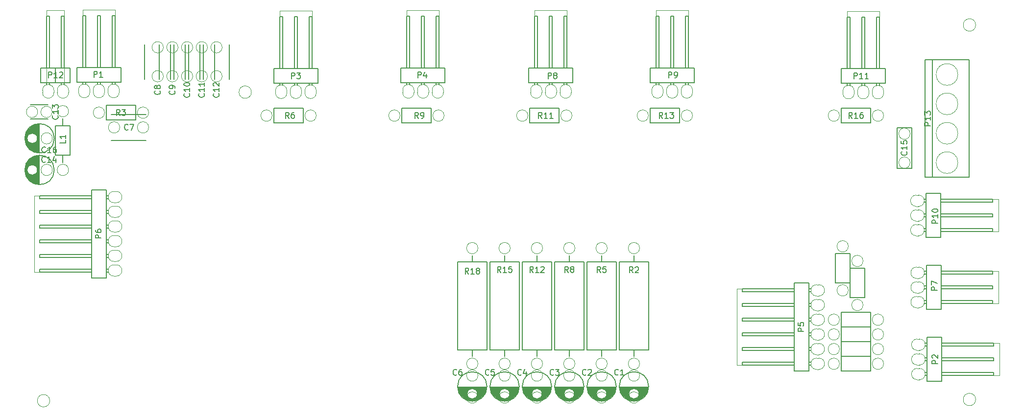
<source format=gbr>
G04 #@! TF.FileFunction,Legend,Top*
%FSLAX46Y46*%
G04 Gerber Fmt 4.6, Leading zero omitted, Abs format (unit mm)*
G04 Created by KiCad (PCBNEW no-vcs-found-undefined) date Fri Oct 28 12:41:03 2016*
%MOMM*%
%LPD*%
G01*
G04 APERTURE LIST*
%ADD10C,0.050000*%
%ADD11C,0.150000*%
G04 APERTURE END LIST*
D10*
D11*
X113792000Y-91948000D02*
X113792000Y-89408000D01*
X118872000Y-91948000D02*
X113792000Y-91948000D01*
X118872000Y-89408000D02*
X118872000Y-91948000D01*
X113792000Y-89408000D02*
X118872000Y-89408000D01*
X178521000Y-137616000D02*
X173523000Y-137616000D01*
X178513000Y-137756000D02*
X173531000Y-137756000D01*
X178497000Y-137896000D02*
X176117000Y-137896000D01*
X175927000Y-137896000D02*
X173547000Y-137896000D01*
X178473000Y-138036000D02*
X176512000Y-138036000D01*
X175532000Y-138036000D02*
X173571000Y-138036000D01*
X178440000Y-138176000D02*
X176679000Y-138176000D01*
X175365000Y-138176000D02*
X173604000Y-138176000D01*
X178399000Y-138316000D02*
X176786000Y-138316000D01*
X175258000Y-138316000D02*
X173645000Y-138316000D01*
X178349000Y-138456000D02*
X176857000Y-138456000D01*
X175187000Y-138456000D02*
X173695000Y-138456000D01*
X178288000Y-138596000D02*
X176901000Y-138596000D01*
X175143000Y-138596000D02*
X173756000Y-138596000D01*
X178218000Y-138736000D02*
X176920000Y-138736000D01*
X175124000Y-138736000D02*
X173826000Y-138736000D01*
X178136000Y-138876000D02*
X176918000Y-138876000D01*
X175126000Y-138876000D02*
X173908000Y-138876000D01*
X178041000Y-139016000D02*
X176893000Y-139016000D01*
X175151000Y-139016000D02*
X174003000Y-139016000D01*
X177930000Y-139156000D02*
X176845000Y-139156000D01*
X175199000Y-139156000D02*
X174114000Y-139156000D01*
X177802000Y-139296000D02*
X176767000Y-139296000D01*
X175277000Y-139296000D02*
X174242000Y-139296000D01*
X177653000Y-139436000D02*
X176650000Y-139436000D01*
X175394000Y-139436000D02*
X174391000Y-139436000D01*
X177474000Y-139576000D02*
X176462000Y-139576000D01*
X175582000Y-139576000D02*
X174570000Y-139576000D01*
X177255000Y-139716000D02*
X174789000Y-139716000D01*
X176966000Y-139856000D02*
X175078000Y-139856000D01*
X176494000Y-139996000D02*
X175550000Y-139996000D01*
X176922000Y-138791000D02*
G75*
G03X176922000Y-138791000I-900000J0D01*
G01*
X178559500Y-137541000D02*
G75*
G03X178559500Y-137541000I-2537500J0D01*
G01*
X172933000Y-137621000D02*
X167935000Y-137621000D01*
X172925000Y-137761000D02*
X167943000Y-137761000D01*
X172909000Y-137901000D02*
X170529000Y-137901000D01*
X170339000Y-137901000D02*
X167959000Y-137901000D01*
X172885000Y-138041000D02*
X170924000Y-138041000D01*
X169944000Y-138041000D02*
X167983000Y-138041000D01*
X172852000Y-138181000D02*
X171091000Y-138181000D01*
X169777000Y-138181000D02*
X168016000Y-138181000D01*
X172811000Y-138321000D02*
X171198000Y-138321000D01*
X169670000Y-138321000D02*
X168057000Y-138321000D01*
X172761000Y-138461000D02*
X171269000Y-138461000D01*
X169599000Y-138461000D02*
X168107000Y-138461000D01*
X172700000Y-138601000D02*
X171313000Y-138601000D01*
X169555000Y-138601000D02*
X168168000Y-138601000D01*
X172630000Y-138741000D02*
X171332000Y-138741000D01*
X169536000Y-138741000D02*
X168238000Y-138741000D01*
X172548000Y-138881000D02*
X171330000Y-138881000D01*
X169538000Y-138881000D02*
X168320000Y-138881000D01*
X172453000Y-139021000D02*
X171305000Y-139021000D01*
X169563000Y-139021000D02*
X168415000Y-139021000D01*
X172342000Y-139161000D02*
X171257000Y-139161000D01*
X169611000Y-139161000D02*
X168526000Y-139161000D01*
X172214000Y-139301000D02*
X171179000Y-139301000D01*
X169689000Y-139301000D02*
X168654000Y-139301000D01*
X172065000Y-139441000D02*
X171062000Y-139441000D01*
X169806000Y-139441000D02*
X168803000Y-139441000D01*
X171886000Y-139581000D02*
X170874000Y-139581000D01*
X169994000Y-139581000D02*
X168982000Y-139581000D01*
X171667000Y-139721000D02*
X169201000Y-139721000D01*
X171378000Y-139861000D02*
X169490000Y-139861000D01*
X170906000Y-140001000D02*
X169962000Y-140001000D01*
X171334000Y-138796000D02*
G75*
G03X171334000Y-138796000I-900000J0D01*
G01*
X172971500Y-137546000D02*
G75*
G03X172971500Y-137546000I-2537500J0D01*
G01*
X167345000Y-137621000D02*
X162347000Y-137621000D01*
X167337000Y-137761000D02*
X162355000Y-137761000D01*
X167321000Y-137901000D02*
X164941000Y-137901000D01*
X164751000Y-137901000D02*
X162371000Y-137901000D01*
X167297000Y-138041000D02*
X165336000Y-138041000D01*
X164356000Y-138041000D02*
X162395000Y-138041000D01*
X167264000Y-138181000D02*
X165503000Y-138181000D01*
X164189000Y-138181000D02*
X162428000Y-138181000D01*
X167223000Y-138321000D02*
X165610000Y-138321000D01*
X164082000Y-138321000D02*
X162469000Y-138321000D01*
X167173000Y-138461000D02*
X165681000Y-138461000D01*
X164011000Y-138461000D02*
X162519000Y-138461000D01*
X167112000Y-138601000D02*
X165725000Y-138601000D01*
X163967000Y-138601000D02*
X162580000Y-138601000D01*
X167042000Y-138741000D02*
X165744000Y-138741000D01*
X163948000Y-138741000D02*
X162650000Y-138741000D01*
X166960000Y-138881000D02*
X165742000Y-138881000D01*
X163950000Y-138881000D02*
X162732000Y-138881000D01*
X166865000Y-139021000D02*
X165717000Y-139021000D01*
X163975000Y-139021000D02*
X162827000Y-139021000D01*
X166754000Y-139161000D02*
X165669000Y-139161000D01*
X164023000Y-139161000D02*
X162938000Y-139161000D01*
X166626000Y-139301000D02*
X165591000Y-139301000D01*
X164101000Y-139301000D02*
X163066000Y-139301000D01*
X166477000Y-139441000D02*
X165474000Y-139441000D01*
X164218000Y-139441000D02*
X163215000Y-139441000D01*
X166298000Y-139581000D02*
X165286000Y-139581000D01*
X164406000Y-139581000D02*
X163394000Y-139581000D01*
X166079000Y-139721000D02*
X163613000Y-139721000D01*
X165790000Y-139861000D02*
X163902000Y-139861000D01*
X165318000Y-140001000D02*
X164374000Y-140001000D01*
X165746000Y-138796000D02*
G75*
G03X165746000Y-138796000I-900000J0D01*
G01*
X167383500Y-137546000D02*
G75*
G03X167383500Y-137546000I-2537500J0D01*
G01*
X161757000Y-137621000D02*
X156759000Y-137621000D01*
X161749000Y-137761000D02*
X156767000Y-137761000D01*
X161733000Y-137901000D02*
X159353000Y-137901000D01*
X159163000Y-137901000D02*
X156783000Y-137901000D01*
X161709000Y-138041000D02*
X159748000Y-138041000D01*
X158768000Y-138041000D02*
X156807000Y-138041000D01*
X161676000Y-138181000D02*
X159915000Y-138181000D01*
X158601000Y-138181000D02*
X156840000Y-138181000D01*
X161635000Y-138321000D02*
X160022000Y-138321000D01*
X158494000Y-138321000D02*
X156881000Y-138321000D01*
X161585000Y-138461000D02*
X160093000Y-138461000D01*
X158423000Y-138461000D02*
X156931000Y-138461000D01*
X161524000Y-138601000D02*
X160137000Y-138601000D01*
X158379000Y-138601000D02*
X156992000Y-138601000D01*
X161454000Y-138741000D02*
X160156000Y-138741000D01*
X158360000Y-138741000D02*
X157062000Y-138741000D01*
X161372000Y-138881000D02*
X160154000Y-138881000D01*
X158362000Y-138881000D02*
X157144000Y-138881000D01*
X161277000Y-139021000D02*
X160129000Y-139021000D01*
X158387000Y-139021000D02*
X157239000Y-139021000D01*
X161166000Y-139161000D02*
X160081000Y-139161000D01*
X158435000Y-139161000D02*
X157350000Y-139161000D01*
X161038000Y-139301000D02*
X160003000Y-139301000D01*
X158513000Y-139301000D02*
X157478000Y-139301000D01*
X160889000Y-139441000D02*
X159886000Y-139441000D01*
X158630000Y-139441000D02*
X157627000Y-139441000D01*
X160710000Y-139581000D02*
X159698000Y-139581000D01*
X158818000Y-139581000D02*
X157806000Y-139581000D01*
X160491000Y-139721000D02*
X158025000Y-139721000D01*
X160202000Y-139861000D02*
X158314000Y-139861000D01*
X159730000Y-140001000D02*
X158786000Y-140001000D01*
X160158000Y-138796000D02*
G75*
G03X160158000Y-138796000I-900000J0D01*
G01*
X161795500Y-137546000D02*
G75*
G03X161795500Y-137546000I-2537500J0D01*
G01*
X156169000Y-137621000D02*
X151171000Y-137621000D01*
X156161000Y-137761000D02*
X151179000Y-137761000D01*
X156145000Y-137901000D02*
X153765000Y-137901000D01*
X153575000Y-137901000D02*
X151195000Y-137901000D01*
X156121000Y-138041000D02*
X154160000Y-138041000D01*
X153180000Y-138041000D02*
X151219000Y-138041000D01*
X156088000Y-138181000D02*
X154327000Y-138181000D01*
X153013000Y-138181000D02*
X151252000Y-138181000D01*
X156047000Y-138321000D02*
X154434000Y-138321000D01*
X152906000Y-138321000D02*
X151293000Y-138321000D01*
X155997000Y-138461000D02*
X154505000Y-138461000D01*
X152835000Y-138461000D02*
X151343000Y-138461000D01*
X155936000Y-138601000D02*
X154549000Y-138601000D01*
X152791000Y-138601000D02*
X151404000Y-138601000D01*
X155866000Y-138741000D02*
X154568000Y-138741000D01*
X152772000Y-138741000D02*
X151474000Y-138741000D01*
X155784000Y-138881000D02*
X154566000Y-138881000D01*
X152774000Y-138881000D02*
X151556000Y-138881000D01*
X155689000Y-139021000D02*
X154541000Y-139021000D01*
X152799000Y-139021000D02*
X151651000Y-139021000D01*
X155578000Y-139161000D02*
X154493000Y-139161000D01*
X152847000Y-139161000D02*
X151762000Y-139161000D01*
X155450000Y-139301000D02*
X154415000Y-139301000D01*
X152925000Y-139301000D02*
X151890000Y-139301000D01*
X155301000Y-139441000D02*
X154298000Y-139441000D01*
X153042000Y-139441000D02*
X152039000Y-139441000D01*
X155122000Y-139581000D02*
X154110000Y-139581000D01*
X153230000Y-139581000D02*
X152218000Y-139581000D01*
X154903000Y-139721000D02*
X152437000Y-139721000D01*
X154614000Y-139861000D02*
X152726000Y-139861000D01*
X154142000Y-140001000D02*
X153198000Y-140001000D01*
X154570000Y-138796000D02*
G75*
G03X154570000Y-138796000I-900000J0D01*
G01*
X156207500Y-137546000D02*
G75*
G03X156207500Y-137546000I-2537500J0D01*
G01*
X150581000Y-137621000D02*
X145583000Y-137621000D01*
X150573000Y-137761000D02*
X145591000Y-137761000D01*
X150557000Y-137901000D02*
X148177000Y-137901000D01*
X147987000Y-137901000D02*
X145607000Y-137901000D01*
X150533000Y-138041000D02*
X148572000Y-138041000D01*
X147592000Y-138041000D02*
X145631000Y-138041000D01*
X150500000Y-138181000D02*
X148739000Y-138181000D01*
X147425000Y-138181000D02*
X145664000Y-138181000D01*
X150459000Y-138321000D02*
X148846000Y-138321000D01*
X147318000Y-138321000D02*
X145705000Y-138321000D01*
X150409000Y-138461000D02*
X148917000Y-138461000D01*
X147247000Y-138461000D02*
X145755000Y-138461000D01*
X150348000Y-138601000D02*
X148961000Y-138601000D01*
X147203000Y-138601000D02*
X145816000Y-138601000D01*
X150278000Y-138741000D02*
X148980000Y-138741000D01*
X147184000Y-138741000D02*
X145886000Y-138741000D01*
X150196000Y-138881000D02*
X148978000Y-138881000D01*
X147186000Y-138881000D02*
X145968000Y-138881000D01*
X150101000Y-139021000D02*
X148953000Y-139021000D01*
X147211000Y-139021000D02*
X146063000Y-139021000D01*
X149990000Y-139161000D02*
X148905000Y-139161000D01*
X147259000Y-139161000D02*
X146174000Y-139161000D01*
X149862000Y-139301000D02*
X148827000Y-139301000D01*
X147337000Y-139301000D02*
X146302000Y-139301000D01*
X149713000Y-139441000D02*
X148710000Y-139441000D01*
X147454000Y-139441000D02*
X146451000Y-139441000D01*
X149534000Y-139581000D02*
X148522000Y-139581000D01*
X147642000Y-139581000D02*
X146630000Y-139581000D01*
X149315000Y-139721000D02*
X146849000Y-139721000D01*
X149026000Y-139861000D02*
X147138000Y-139861000D01*
X148554000Y-140001000D02*
X147610000Y-140001000D01*
X148982000Y-138796000D02*
G75*
G03X148982000Y-138796000I-900000J0D01*
G01*
X150619500Y-137546000D02*
G75*
G03X150619500Y-137546000I-2537500J0D01*
G01*
X85686000Y-90460000D02*
X91686000Y-90460000D01*
X91686000Y-94960000D02*
X85686000Y-94960000D01*
X91476000Y-84367000D02*
X91476000Y-78367000D01*
X95976000Y-78367000D02*
X95976000Y-84367000D01*
X94016000Y-84367000D02*
X94016000Y-78367000D01*
X98516000Y-78367000D02*
X98516000Y-84367000D01*
X96556000Y-84367000D02*
X96556000Y-78367000D01*
X101056000Y-78367000D02*
X101056000Y-84367000D01*
X99096000Y-84367000D02*
X99096000Y-78367000D01*
X103596000Y-78367000D02*
X103596000Y-84367000D01*
X101636000Y-84367000D02*
X101636000Y-78367000D01*
X106136000Y-78367000D02*
X106136000Y-84367000D01*
X226528334Y-111760000D02*
X229068334Y-111760000D01*
X226528334Y-106680000D02*
X226528334Y-109220000D01*
X229068334Y-107696000D02*
X238004334Y-107696000D01*
X238004334Y-107696000D02*
X238004334Y-108204000D01*
X238004334Y-108204000D02*
X229068334Y-108204000D01*
X229068334Y-109220000D02*
X229068334Y-106680000D01*
X229068334Y-111760000D02*
X229068334Y-109220000D01*
X238004334Y-110744000D02*
X229068334Y-110744000D01*
X238004334Y-110236000D02*
X238004334Y-110744000D01*
X229068334Y-110236000D02*
X238004334Y-110236000D01*
X226528334Y-109220000D02*
X226528334Y-111760000D01*
X226528334Y-104140000D02*
X229068334Y-104140000D01*
X226528334Y-104140000D02*
X226528334Y-106680000D01*
X229068334Y-105156000D02*
X238004334Y-105156000D01*
X238004334Y-105156000D02*
X238004334Y-105664000D01*
X238004334Y-105664000D02*
X229068334Y-105664000D01*
X229068334Y-106680000D02*
X229068334Y-104140000D01*
X226528334Y-110744000D02*
X226147334Y-110744000D01*
X226528334Y-110236000D02*
X226147334Y-110236000D01*
X226528334Y-108204000D02*
X226147334Y-108204000D01*
X226528334Y-107696000D02*
X226147334Y-107696000D01*
X226528334Y-105664000D02*
X226147334Y-105664000D01*
X226528334Y-105156000D02*
X226147334Y-105156000D01*
D10*
X229068334Y-110744000D02*
X239004334Y-110744000D01*
X229068334Y-105156000D02*
X239004334Y-105156000D01*
X239004334Y-105156000D02*
X239004334Y-110744000D01*
D11*
X233934000Y-81026000D02*
X226314000Y-81026000D01*
X226314000Y-101346000D02*
X233934000Y-101346000D01*
X227584000Y-101346000D02*
X227584000Y-81026000D01*
X233934000Y-81026000D02*
X233934000Y-101346000D01*
X226314000Y-81026000D02*
X226314000Y-101346000D01*
X206248000Y-129794000D02*
X206248000Y-127254000D01*
X203708000Y-128778000D02*
X194772000Y-128778000D01*
X194772000Y-128778000D02*
X194772000Y-128270000D01*
X194772000Y-128270000D02*
X203708000Y-128270000D01*
X203708000Y-127254000D02*
X203708000Y-129794000D01*
X203708000Y-124714000D02*
X203708000Y-127254000D01*
X194772000Y-125730000D02*
X203708000Y-125730000D01*
X194772000Y-126238000D02*
X194772000Y-125730000D01*
X203708000Y-126238000D02*
X194772000Y-126238000D01*
X206248000Y-127254000D02*
X206248000Y-124714000D01*
X206248000Y-122174000D02*
X206248000Y-119634000D01*
X206248000Y-119634000D02*
X203708000Y-119634000D01*
X203708000Y-121158000D02*
X194772000Y-121158000D01*
X194772000Y-121158000D02*
X194772000Y-120650000D01*
X194772000Y-120650000D02*
X203708000Y-120650000D01*
X203708000Y-119634000D02*
X203708000Y-122174000D01*
X203708000Y-122174000D02*
X203708000Y-124714000D01*
X194772000Y-123190000D02*
X203708000Y-123190000D01*
X194772000Y-123698000D02*
X194772000Y-123190000D01*
X203708000Y-123698000D02*
X194772000Y-123698000D01*
X206248000Y-124714000D02*
X206248000Y-122174000D01*
X206248000Y-134874000D02*
X206248000Y-132334000D01*
X203708000Y-133858000D02*
X194772000Y-133858000D01*
X194772000Y-133858000D02*
X194772000Y-133350000D01*
X194772000Y-133350000D02*
X203708000Y-133350000D01*
X203708000Y-132334000D02*
X203708000Y-134874000D01*
X203708000Y-129794000D02*
X203708000Y-132334000D01*
X194772000Y-130810000D02*
X203708000Y-130810000D01*
X194772000Y-131318000D02*
X194772000Y-130810000D01*
X203708000Y-131318000D02*
X194772000Y-131318000D01*
X206248000Y-132334000D02*
X206248000Y-129794000D01*
X206248000Y-134874000D02*
X203708000Y-134874000D01*
X206248000Y-126238000D02*
X206629000Y-126238000D01*
X206248000Y-125730000D02*
X206629000Y-125730000D01*
X206248000Y-123698000D02*
X206629000Y-123698000D01*
X206248000Y-123190000D02*
X206629000Y-123190000D01*
X206248000Y-121158000D02*
X206629000Y-121158000D01*
X206248000Y-120650000D02*
X206629000Y-120650000D01*
X206248000Y-128270000D02*
X206629000Y-128270000D01*
X206248000Y-128778000D02*
X206629000Y-128778000D01*
X206248000Y-130810000D02*
X206629000Y-130810000D01*
X206248000Y-131318000D02*
X206629000Y-131318000D01*
X206248000Y-133350000D02*
X206629000Y-133350000D01*
X206248000Y-133858000D02*
X206629000Y-133858000D01*
D10*
X203708000Y-120650000D02*
X193772000Y-120650000D01*
X203631800Y-133858000D02*
X193776600Y-133858000D01*
X193772000Y-133858000D02*
X193772000Y-120650000D01*
D11*
X84836000Y-113665000D02*
X84836000Y-111125000D01*
X82296000Y-112649000D02*
X73360000Y-112649000D01*
X73360000Y-112649000D02*
X73360000Y-112141000D01*
X73360000Y-112141000D02*
X82296000Y-112141000D01*
X82296000Y-111125000D02*
X82296000Y-113665000D01*
X82296000Y-108585000D02*
X82296000Y-111125000D01*
X73360000Y-109601000D02*
X82296000Y-109601000D01*
X73360000Y-110109000D02*
X73360000Y-109601000D01*
X82296000Y-110109000D02*
X73360000Y-110109000D01*
X84836000Y-111125000D02*
X84836000Y-108585000D01*
X84836000Y-106045000D02*
X84836000Y-103505000D01*
X84836000Y-103505000D02*
X82296000Y-103505000D01*
X82296000Y-105029000D02*
X73360000Y-105029000D01*
X73360000Y-105029000D02*
X73360000Y-104521000D01*
X73360000Y-104521000D02*
X82296000Y-104521000D01*
X82296000Y-103505000D02*
X82296000Y-106045000D01*
X82296000Y-106045000D02*
X82296000Y-108585000D01*
X73360000Y-107061000D02*
X82296000Y-107061000D01*
X73360000Y-107569000D02*
X73360000Y-107061000D01*
X82296000Y-107569000D02*
X73360000Y-107569000D01*
X84836000Y-108585000D02*
X84836000Y-106045000D01*
X84836000Y-118745000D02*
X84836000Y-116205000D01*
X82296000Y-117729000D02*
X73360000Y-117729000D01*
X73360000Y-117729000D02*
X73360000Y-117221000D01*
X73360000Y-117221000D02*
X82296000Y-117221000D01*
X82296000Y-116205000D02*
X82296000Y-118745000D01*
X82296000Y-113665000D02*
X82296000Y-116205000D01*
X73360000Y-114681000D02*
X82296000Y-114681000D01*
X73360000Y-115189000D02*
X73360000Y-114681000D01*
X82296000Y-115189000D02*
X73360000Y-115189000D01*
X84836000Y-116205000D02*
X84836000Y-113665000D01*
X84836000Y-118745000D02*
X82296000Y-118745000D01*
X84836000Y-110109000D02*
X85217000Y-110109000D01*
X84836000Y-109601000D02*
X85217000Y-109601000D01*
X84836000Y-107569000D02*
X85217000Y-107569000D01*
X84836000Y-107061000D02*
X85217000Y-107061000D01*
X84836000Y-105029000D02*
X85217000Y-105029000D01*
X84836000Y-104521000D02*
X85217000Y-104521000D01*
X84836000Y-112141000D02*
X85217000Y-112141000D01*
X84836000Y-112649000D02*
X85217000Y-112649000D01*
X84836000Y-114681000D02*
X85217000Y-114681000D01*
X84836000Y-115189000D02*
X85217000Y-115189000D01*
X84836000Y-117221000D02*
X85217000Y-117221000D01*
X84836000Y-117729000D02*
X85217000Y-117729000D01*
D10*
X82296000Y-104521000D02*
X72360000Y-104521000D01*
X82219800Y-117729000D02*
X72364600Y-117729000D01*
X72360000Y-117729000D02*
X72360000Y-104521000D01*
D11*
X87376000Y-84891523D02*
X87376000Y-82351523D01*
X82296000Y-84891523D02*
X84836000Y-84891523D01*
X83312000Y-82351523D02*
X83312000Y-73415523D01*
X83312000Y-73415523D02*
X83820000Y-73415523D01*
X83820000Y-73415523D02*
X83820000Y-82351523D01*
X84836000Y-82351523D02*
X82296000Y-82351523D01*
X87376000Y-82351523D02*
X84836000Y-82351523D01*
X86360000Y-73415523D02*
X86360000Y-82351523D01*
X85852000Y-73415523D02*
X86360000Y-73415523D01*
X85852000Y-82351523D02*
X85852000Y-73415523D01*
X84836000Y-84891523D02*
X87376000Y-84891523D01*
X79756000Y-84891523D02*
X79756000Y-82351523D01*
X79756000Y-84891523D02*
X82296000Y-84891523D01*
X80772000Y-82351523D02*
X80772000Y-73415523D01*
X80772000Y-73415523D02*
X81280000Y-73415523D01*
X81280000Y-73415523D02*
X81280000Y-82351523D01*
X82296000Y-82351523D02*
X79756000Y-82351523D01*
X86360000Y-84891523D02*
X86360000Y-85272523D01*
X85852000Y-84891523D02*
X85852000Y-85272523D01*
X83820000Y-84891523D02*
X83820000Y-85272523D01*
X83312000Y-84891523D02*
X83312000Y-85272523D01*
X81280000Y-84891523D02*
X81280000Y-85272523D01*
X80772000Y-84891523D02*
X80772000Y-85272523D01*
D10*
X86360000Y-82351523D02*
X86360000Y-72415523D01*
X80772000Y-82351523D02*
X80772000Y-72415523D01*
X80772000Y-72415523D02*
X86360000Y-72415523D01*
D11*
X143383000Y-84962952D02*
X143383000Y-82422952D01*
X138303000Y-84962952D02*
X140843000Y-84962952D01*
X139319000Y-82422952D02*
X139319000Y-73486952D01*
X139319000Y-73486952D02*
X139827000Y-73486952D01*
X139827000Y-73486952D02*
X139827000Y-82422952D01*
X140843000Y-82422952D02*
X138303000Y-82422952D01*
X143383000Y-82422952D02*
X140843000Y-82422952D01*
X142367000Y-73486952D02*
X142367000Y-82422952D01*
X141859000Y-73486952D02*
X142367000Y-73486952D01*
X141859000Y-82422952D02*
X141859000Y-73486952D01*
X140843000Y-84962952D02*
X143383000Y-84962952D01*
X135763000Y-84962952D02*
X135763000Y-82422952D01*
X135763000Y-84962952D02*
X138303000Y-84962952D01*
X136779000Y-82422952D02*
X136779000Y-73486952D01*
X136779000Y-73486952D02*
X137287000Y-73486952D01*
X137287000Y-73486952D02*
X137287000Y-82422952D01*
X138303000Y-82422952D02*
X135763000Y-82422952D01*
X142367000Y-84962952D02*
X142367000Y-85343952D01*
X141859000Y-84962952D02*
X141859000Y-85343952D01*
X139827000Y-84962952D02*
X139827000Y-85343952D01*
X139319000Y-84962952D02*
X139319000Y-85343952D01*
X137287000Y-84962952D02*
X137287000Y-85343952D01*
X136779000Y-84962952D02*
X136779000Y-85343952D01*
D10*
X142367000Y-82422952D02*
X142367000Y-72486952D01*
X136779000Y-82422952D02*
X136779000Y-72486952D01*
X136779000Y-72486952D02*
X142367000Y-72486952D01*
D11*
X186436000Y-84962952D02*
X186436000Y-82422952D01*
X181356000Y-84962952D02*
X183896000Y-84962952D01*
X182372000Y-82422952D02*
X182372000Y-73486952D01*
X182372000Y-73486952D02*
X182880000Y-73486952D01*
X182880000Y-73486952D02*
X182880000Y-82422952D01*
X183896000Y-82422952D02*
X181356000Y-82422952D01*
X186436000Y-82422952D02*
X183896000Y-82422952D01*
X185420000Y-73486952D02*
X185420000Y-82422952D01*
X184912000Y-73486952D02*
X185420000Y-73486952D01*
X184912000Y-82422952D02*
X184912000Y-73486952D01*
X183896000Y-84962952D02*
X186436000Y-84962952D01*
X178816000Y-84962952D02*
X178816000Y-82422952D01*
X178816000Y-84962952D02*
X181356000Y-84962952D01*
X179832000Y-82422952D02*
X179832000Y-73486952D01*
X179832000Y-73486952D02*
X180340000Y-73486952D01*
X180340000Y-73486952D02*
X180340000Y-82422952D01*
X181356000Y-82422952D02*
X178816000Y-82422952D01*
X185420000Y-84962952D02*
X185420000Y-85343952D01*
X184912000Y-84962952D02*
X184912000Y-85343952D01*
X182880000Y-84962952D02*
X182880000Y-85343952D01*
X182372000Y-84962952D02*
X182372000Y-85343952D01*
X180340000Y-84962952D02*
X180340000Y-85343952D01*
X179832000Y-84962952D02*
X179832000Y-85343952D01*
D10*
X185420000Y-82422952D02*
X185420000Y-72486952D01*
X179832000Y-82422952D02*
X179832000Y-72486952D01*
X179832000Y-72486952D02*
X185420000Y-72486952D01*
D11*
X226695000Y-136652000D02*
X229235000Y-136652000D01*
X226695000Y-131572000D02*
X226695000Y-134112000D01*
X229235000Y-132588000D02*
X238171000Y-132588000D01*
X238171000Y-132588000D02*
X238171000Y-133096000D01*
X238171000Y-133096000D02*
X229235000Y-133096000D01*
X229235000Y-134112000D02*
X229235000Y-131572000D01*
X229235000Y-136652000D02*
X229235000Y-134112000D01*
X238171000Y-135636000D02*
X229235000Y-135636000D01*
X238171000Y-135128000D02*
X238171000Y-135636000D01*
X229235000Y-135128000D02*
X238171000Y-135128000D01*
X226695000Y-134112000D02*
X226695000Y-136652000D01*
X226695000Y-129032000D02*
X229235000Y-129032000D01*
X226695000Y-129032000D02*
X226695000Y-131572000D01*
X229235000Y-130048000D02*
X238171000Y-130048000D01*
X238171000Y-130048000D02*
X238171000Y-130556000D01*
X238171000Y-130556000D02*
X229235000Y-130556000D01*
X229235000Y-131572000D02*
X229235000Y-129032000D01*
X226695000Y-135636000D02*
X226314000Y-135636000D01*
X226695000Y-135128000D02*
X226314000Y-135128000D01*
X226695000Y-133096000D02*
X226314000Y-133096000D01*
X226695000Y-132588000D02*
X226314000Y-132588000D01*
X226695000Y-130556000D02*
X226314000Y-130556000D01*
X226695000Y-130048000D02*
X226314000Y-130048000D01*
D10*
X229235000Y-135636000D02*
X239171000Y-135636000D01*
X229235000Y-130048000D02*
X239171000Y-130048000D01*
X239171000Y-130048000D02*
X239171000Y-135636000D01*
D11*
X121412000Y-85034381D02*
X121412000Y-82494381D01*
X116332000Y-85034381D02*
X118872000Y-85034381D01*
X117348000Y-82494381D02*
X117348000Y-73558381D01*
X117348000Y-73558381D02*
X117856000Y-73558381D01*
X117856000Y-73558381D02*
X117856000Y-82494381D01*
X118872000Y-82494381D02*
X116332000Y-82494381D01*
X121412000Y-82494381D02*
X118872000Y-82494381D01*
X120396000Y-73558381D02*
X120396000Y-82494381D01*
X119888000Y-73558381D02*
X120396000Y-73558381D01*
X119888000Y-82494381D02*
X119888000Y-73558381D01*
X118872000Y-85034381D02*
X121412000Y-85034381D01*
X113792000Y-85034381D02*
X113792000Y-82494381D01*
X113792000Y-85034381D02*
X116332000Y-85034381D01*
X114808000Y-82494381D02*
X114808000Y-73558381D01*
X114808000Y-73558381D02*
X115316000Y-73558381D01*
X115316000Y-73558381D02*
X115316000Y-82494381D01*
X116332000Y-82494381D02*
X113792000Y-82494381D01*
X120396000Y-85034381D02*
X120396000Y-85415381D01*
X119888000Y-85034381D02*
X119888000Y-85415381D01*
X117856000Y-85034381D02*
X117856000Y-85415381D01*
X117348000Y-85034381D02*
X117348000Y-85415381D01*
X115316000Y-85034381D02*
X115316000Y-85415381D01*
X114808000Y-85034381D02*
X114808000Y-85415381D01*
D10*
X120396000Y-82494381D02*
X120396000Y-72558381D01*
X114808000Y-82494381D02*
X114808000Y-72558381D01*
X114808000Y-72558381D02*
X120396000Y-72558381D01*
D11*
X165481000Y-84962952D02*
X165481000Y-82422952D01*
X160401000Y-84962952D02*
X162941000Y-84962952D01*
X161417000Y-82422952D02*
X161417000Y-73486952D01*
X161417000Y-73486952D02*
X161925000Y-73486952D01*
X161925000Y-73486952D02*
X161925000Y-82422952D01*
X162941000Y-82422952D02*
X160401000Y-82422952D01*
X165481000Y-82422952D02*
X162941000Y-82422952D01*
X164465000Y-73486952D02*
X164465000Y-82422952D01*
X163957000Y-73486952D02*
X164465000Y-73486952D01*
X163957000Y-82422952D02*
X163957000Y-73486952D01*
X162941000Y-84962952D02*
X165481000Y-84962952D01*
X157861000Y-84962952D02*
X157861000Y-82422952D01*
X157861000Y-84962952D02*
X160401000Y-84962952D01*
X158877000Y-82422952D02*
X158877000Y-73486952D01*
X158877000Y-73486952D02*
X159385000Y-73486952D01*
X159385000Y-73486952D02*
X159385000Y-82422952D01*
X160401000Y-82422952D02*
X157861000Y-82422952D01*
X164465000Y-84962952D02*
X164465000Y-85343952D01*
X163957000Y-84962952D02*
X163957000Y-85343952D01*
X161925000Y-84962952D02*
X161925000Y-85343952D01*
X161417000Y-84962952D02*
X161417000Y-85343952D01*
X159385000Y-84962952D02*
X159385000Y-85343952D01*
X158877000Y-84962952D02*
X158877000Y-85343952D01*
D10*
X164465000Y-82422952D02*
X164465000Y-72486952D01*
X158877000Y-82422952D02*
X158877000Y-72486952D01*
X158877000Y-72486952D02*
X164465000Y-72486952D01*
D11*
X226568000Y-124206000D02*
X229108000Y-124206000D01*
X226568000Y-119126000D02*
X226568000Y-121666000D01*
X229108000Y-120142000D02*
X238044000Y-120142000D01*
X238044000Y-120142000D02*
X238044000Y-120650000D01*
X238044000Y-120650000D02*
X229108000Y-120650000D01*
X229108000Y-121666000D02*
X229108000Y-119126000D01*
X229108000Y-124206000D02*
X229108000Y-121666000D01*
X238044000Y-123190000D02*
X229108000Y-123190000D01*
X238044000Y-122682000D02*
X238044000Y-123190000D01*
X229108000Y-122682000D02*
X238044000Y-122682000D01*
X226568000Y-121666000D02*
X226568000Y-124206000D01*
X226568000Y-116586000D02*
X229108000Y-116586000D01*
X226568000Y-116586000D02*
X226568000Y-119126000D01*
X229108000Y-117602000D02*
X238044000Y-117602000D01*
X238044000Y-117602000D02*
X238044000Y-118110000D01*
X238044000Y-118110000D02*
X229108000Y-118110000D01*
X229108000Y-119126000D02*
X229108000Y-116586000D01*
X226568000Y-123190000D02*
X226187000Y-123190000D01*
X226568000Y-122682000D02*
X226187000Y-122682000D01*
X226568000Y-120650000D02*
X226187000Y-120650000D01*
X226568000Y-120142000D02*
X226187000Y-120142000D01*
X226568000Y-118110000D02*
X226187000Y-118110000D01*
X226568000Y-117602000D02*
X226187000Y-117602000D01*
D10*
X229108000Y-123190000D02*
X239044000Y-123190000D01*
X229108000Y-117602000D02*
X239044000Y-117602000D01*
X239044000Y-117602000D02*
X239044000Y-123190000D01*
D11*
X219456000Y-85090000D02*
X219456000Y-82550000D01*
X214376000Y-85090000D02*
X216916000Y-85090000D01*
X215392000Y-82550000D02*
X215392000Y-73614000D01*
X215392000Y-73614000D02*
X215900000Y-73614000D01*
X215900000Y-73614000D02*
X215900000Y-82550000D01*
X216916000Y-82550000D02*
X214376000Y-82550000D01*
X219456000Y-82550000D02*
X216916000Y-82550000D01*
X218440000Y-73614000D02*
X218440000Y-82550000D01*
X217932000Y-73614000D02*
X218440000Y-73614000D01*
X217932000Y-82550000D02*
X217932000Y-73614000D01*
X216916000Y-85090000D02*
X219456000Y-85090000D01*
X211836000Y-85090000D02*
X211836000Y-82550000D01*
X211836000Y-85090000D02*
X214376000Y-85090000D01*
X212852000Y-82550000D02*
X212852000Y-73614000D01*
X212852000Y-73614000D02*
X213360000Y-73614000D01*
X213360000Y-73614000D02*
X213360000Y-82550000D01*
X214376000Y-82550000D02*
X211836000Y-82550000D01*
X218440000Y-85090000D02*
X218440000Y-85471000D01*
X217932000Y-85090000D02*
X217932000Y-85471000D01*
X215900000Y-85090000D02*
X215900000Y-85471000D01*
X215392000Y-85090000D02*
X215392000Y-85471000D01*
X213360000Y-85090000D02*
X213360000Y-85471000D01*
X212852000Y-85090000D02*
X212852000Y-85471000D01*
D10*
X218440000Y-82550000D02*
X218440000Y-72614000D01*
X212852000Y-82550000D02*
X212852000Y-72614000D01*
X212852000Y-72614000D02*
X218440000Y-72614000D01*
D11*
X73533000Y-84963000D02*
X76073000Y-84963000D01*
X76073000Y-84963000D02*
X76073000Y-82423000D01*
X74549000Y-82423000D02*
X74549000Y-73487000D01*
X74549000Y-73487000D02*
X75057000Y-73487000D01*
X75057000Y-73487000D02*
X75057000Y-82423000D01*
X76073000Y-82423000D02*
X73533000Y-82423000D01*
X78613000Y-82423000D02*
X76073000Y-82423000D01*
X77597000Y-73487000D02*
X77597000Y-82423000D01*
X77089000Y-73487000D02*
X77597000Y-73487000D01*
X77089000Y-82423000D02*
X77089000Y-73487000D01*
X78613000Y-84963000D02*
X78613000Y-82423000D01*
X76073000Y-84963000D02*
X78613000Y-84963000D01*
X76073000Y-84963000D02*
X76073000Y-82423000D01*
X73533000Y-84963000D02*
X73533000Y-82423000D01*
X77597000Y-84963000D02*
X77597000Y-85344000D01*
X77089000Y-84963000D02*
X77089000Y-85344000D01*
X75057000Y-84963000D02*
X75057000Y-85344000D01*
X74549000Y-84963000D02*
X74549000Y-85344000D01*
D10*
X77597000Y-84963000D02*
X77597000Y-72487000D01*
X74549000Y-84963000D02*
X74549000Y-72487000D01*
X74549000Y-72487000D02*
X77597000Y-72487000D01*
D11*
X178816000Y-89408000D02*
X183896000Y-89408000D01*
X183896000Y-89408000D02*
X183896000Y-91948000D01*
X183896000Y-91948000D02*
X178816000Y-91948000D01*
X178816000Y-91948000D02*
X178816000Y-89408000D01*
X167386000Y-115984000D02*
X162306000Y-115984000D01*
X162306000Y-115984000D02*
X162306000Y-131224000D01*
X162306000Y-131224000D02*
X164846000Y-131224000D01*
X164846000Y-131224000D02*
X167386000Y-131224000D01*
X167386000Y-131224000D02*
X167386000Y-115984000D01*
X164846000Y-132334000D02*
X164846000Y-131224000D01*
X164846000Y-114874000D02*
X164846000Y-115984000D01*
X135890000Y-89408000D02*
X140970000Y-89408000D01*
X140970000Y-89408000D02*
X140970000Y-91948000D01*
X140970000Y-91948000D02*
X135890000Y-91948000D01*
X135890000Y-91948000D02*
X135890000Y-89408000D01*
X84836000Y-88900000D02*
X89916000Y-88900000D01*
X89916000Y-88900000D02*
X89916000Y-91440000D01*
X89916000Y-91440000D02*
X84836000Y-91440000D01*
X84836000Y-91440000D02*
X84836000Y-88900000D01*
X157988000Y-91948000D02*
X157988000Y-89408000D01*
X163068000Y-91948000D02*
X157988000Y-91948000D01*
X163068000Y-89408000D02*
X163068000Y-91948000D01*
X157988000Y-89408000D02*
X163068000Y-89408000D01*
X211836000Y-132334000D02*
X216916000Y-132334000D01*
X216916000Y-132334000D02*
X216916000Y-134874000D01*
X216916000Y-134874000D02*
X211836000Y-134874000D01*
X211836000Y-134874000D02*
X211836000Y-132334000D01*
X176022000Y-114874000D02*
X176022000Y-115984000D01*
X176022000Y-132334000D02*
X176022000Y-131224000D01*
X178562000Y-131224000D02*
X178562000Y-115984000D01*
X176022000Y-131224000D02*
X178562000Y-131224000D01*
X173482000Y-131224000D02*
X176022000Y-131224000D01*
X173482000Y-115984000D02*
X173482000Y-131224000D01*
X178562000Y-115984000D02*
X173482000Y-115984000D01*
X211836000Y-132334000D02*
X211836000Y-129794000D01*
X216916000Y-132334000D02*
X211836000Y-132334000D01*
X216916000Y-129794000D02*
X216916000Y-132334000D01*
X211836000Y-129794000D02*
X216916000Y-129794000D01*
X170434000Y-114874000D02*
X170434000Y-115984000D01*
X170434000Y-132334000D02*
X170434000Y-131224000D01*
X172974000Y-131224000D02*
X172974000Y-115984000D01*
X170434000Y-131224000D02*
X172974000Y-131224000D01*
X167894000Y-131224000D02*
X170434000Y-131224000D01*
X167894000Y-115984000D02*
X167894000Y-131224000D01*
X172974000Y-115984000D02*
X167894000Y-115984000D01*
X211836000Y-127254000D02*
X216916000Y-127254000D01*
X216916000Y-127254000D02*
X216916000Y-129794000D01*
X216916000Y-129794000D02*
X211836000Y-129794000D01*
X211836000Y-129794000D02*
X211836000Y-127254000D01*
X211836000Y-127254000D02*
X211836000Y-124714000D01*
X216916000Y-127254000D02*
X211836000Y-127254000D01*
X216916000Y-124714000D02*
X216916000Y-127254000D01*
X211836000Y-124714000D02*
X216916000Y-124714000D01*
X161798000Y-115984000D02*
X156718000Y-115984000D01*
X156718000Y-115984000D02*
X156718000Y-131224000D01*
X156718000Y-131224000D02*
X159258000Y-131224000D01*
X159258000Y-131224000D02*
X161798000Y-131224000D01*
X161798000Y-131224000D02*
X161798000Y-115984000D01*
X159258000Y-132334000D02*
X159258000Y-131224000D01*
X159258000Y-114874000D02*
X159258000Y-115984000D01*
X213360000Y-122174000D02*
X213360000Y-117094000D01*
X213360000Y-117094000D02*
X215900000Y-117094000D01*
X215900000Y-117094000D02*
X215900000Y-122174000D01*
X215900000Y-122174000D02*
X213360000Y-122174000D01*
X153670000Y-114874000D02*
X153670000Y-115984000D01*
X153670000Y-132334000D02*
X153670000Y-131224000D01*
X156210000Y-131224000D02*
X156210000Y-115984000D01*
X153670000Y-131224000D02*
X156210000Y-131224000D01*
X151130000Y-131224000D02*
X153670000Y-131224000D01*
X151130000Y-115984000D02*
X151130000Y-131224000D01*
X156210000Y-115984000D02*
X151130000Y-115984000D01*
X211836000Y-91948000D02*
X211836000Y-89408000D01*
X216916000Y-91948000D02*
X211836000Y-91948000D01*
X216916000Y-89408000D02*
X216916000Y-91948000D01*
X211836000Y-89408000D02*
X216916000Y-89408000D01*
X213360000Y-119634000D02*
X210820000Y-119634000D01*
X213360000Y-114554000D02*
X213360000Y-119634000D01*
X210820000Y-114554000D02*
X213360000Y-114554000D01*
X210820000Y-119634000D02*
X210820000Y-114554000D01*
X150622000Y-115984000D02*
X145542000Y-115984000D01*
X145542000Y-115984000D02*
X145542000Y-131224000D01*
X145542000Y-131224000D02*
X148082000Y-131224000D01*
X148082000Y-131224000D02*
X150622000Y-131224000D01*
X150622000Y-131224000D02*
X150622000Y-115984000D01*
X148082000Y-132334000D02*
X148082000Y-131224000D01*
X148082000Y-114874000D02*
X148082000Y-115984000D01*
X74759000Y-91293000D02*
X71759000Y-91293000D01*
X71759000Y-88793000D02*
X74759000Y-88793000D01*
X75836500Y-100076000D02*
G75*
G03X75836500Y-100076000I-2537500J0D01*
G01*
X72949000Y-100076000D02*
G75*
G03X72949000Y-100076000I-900000J0D01*
G01*
X70844000Y-100548000D02*
X70844000Y-99604000D01*
X70984000Y-101020000D02*
X70984000Y-99132000D01*
X71124000Y-101309000D02*
X71124000Y-98843000D01*
X71264000Y-99636000D02*
X71264000Y-98624000D01*
X71264000Y-101528000D02*
X71264000Y-100516000D01*
X71404000Y-99448000D02*
X71404000Y-98445000D01*
X71404000Y-101707000D02*
X71404000Y-100704000D01*
X71544000Y-99331000D02*
X71544000Y-98296000D01*
X71544000Y-101856000D02*
X71544000Y-100821000D01*
X71684000Y-99253000D02*
X71684000Y-98168000D01*
X71684000Y-101984000D02*
X71684000Y-100899000D01*
X71824000Y-99205000D02*
X71824000Y-98057000D01*
X71824000Y-102095000D02*
X71824000Y-100947000D01*
X71964000Y-99180000D02*
X71964000Y-97962000D01*
X71964000Y-102190000D02*
X71964000Y-100972000D01*
X72104000Y-99178000D02*
X72104000Y-97880000D01*
X72104000Y-102272000D02*
X72104000Y-100974000D01*
X72244000Y-99197000D02*
X72244000Y-97810000D01*
X72244000Y-102342000D02*
X72244000Y-100955000D01*
X72384000Y-99241000D02*
X72384000Y-97749000D01*
X72384000Y-102403000D02*
X72384000Y-100911000D01*
X72524000Y-99312000D02*
X72524000Y-97699000D01*
X72524000Y-102453000D02*
X72524000Y-100840000D01*
X72664000Y-99419000D02*
X72664000Y-97658000D01*
X72664000Y-102494000D02*
X72664000Y-100733000D01*
X72804000Y-99586000D02*
X72804000Y-97625000D01*
X72804000Y-102527000D02*
X72804000Y-100566000D01*
X72944000Y-99981000D02*
X72944000Y-97601000D01*
X72944000Y-102551000D02*
X72944000Y-100171000D01*
X73084000Y-102567000D02*
X73084000Y-97585000D01*
X73224000Y-102575000D02*
X73224000Y-97577000D01*
X221508000Y-92806000D02*
X224008000Y-92806000D01*
X221508000Y-99806000D02*
X221508000Y-92806000D01*
X224008000Y-99806000D02*
X221508000Y-99806000D01*
X224008000Y-92806000D02*
X224008000Y-99806000D01*
X75836500Y-94615000D02*
G75*
G03X75836500Y-94615000I-2537500J0D01*
G01*
X72949000Y-94615000D02*
G75*
G03X72949000Y-94615000I-900000J0D01*
G01*
X70844000Y-95087000D02*
X70844000Y-94143000D01*
X70984000Y-95559000D02*
X70984000Y-93671000D01*
X71124000Y-95848000D02*
X71124000Y-93382000D01*
X71264000Y-94175000D02*
X71264000Y-93163000D01*
X71264000Y-96067000D02*
X71264000Y-95055000D01*
X71404000Y-93987000D02*
X71404000Y-92984000D01*
X71404000Y-96246000D02*
X71404000Y-95243000D01*
X71544000Y-93870000D02*
X71544000Y-92835000D01*
X71544000Y-96395000D02*
X71544000Y-95360000D01*
X71684000Y-93792000D02*
X71684000Y-92707000D01*
X71684000Y-96523000D02*
X71684000Y-95438000D01*
X71824000Y-93744000D02*
X71824000Y-92596000D01*
X71824000Y-96634000D02*
X71824000Y-95486000D01*
X71964000Y-93719000D02*
X71964000Y-92501000D01*
X71964000Y-96729000D02*
X71964000Y-95511000D01*
X72104000Y-93717000D02*
X72104000Y-92419000D01*
X72104000Y-96811000D02*
X72104000Y-95513000D01*
X72244000Y-93736000D02*
X72244000Y-92349000D01*
X72244000Y-96881000D02*
X72244000Y-95494000D01*
X72384000Y-93780000D02*
X72384000Y-92288000D01*
X72384000Y-96942000D02*
X72384000Y-95450000D01*
X72524000Y-93851000D02*
X72524000Y-92238000D01*
X72524000Y-96992000D02*
X72524000Y-95379000D01*
X72664000Y-93958000D02*
X72664000Y-92197000D01*
X72664000Y-97033000D02*
X72664000Y-95272000D01*
X72804000Y-94125000D02*
X72804000Y-92164000D01*
X72804000Y-97066000D02*
X72804000Y-95105000D01*
X72944000Y-94520000D02*
X72944000Y-92140000D01*
X72944000Y-97090000D02*
X72944000Y-94710000D01*
X73084000Y-97106000D02*
X73084000Y-92124000D01*
X73224000Y-97114000D02*
X73224000Y-92116000D01*
X77343000Y-92456000D02*
X77343000Y-91186000D01*
X77343000Y-97536000D02*
X77343000Y-98806000D01*
X78613000Y-97536000D02*
X76073000Y-97536000D01*
X78613000Y-92456000D02*
X78613000Y-97536000D01*
X76073000Y-92456000D02*
X78613000Y-92456000D01*
X76073000Y-97536000D02*
X76073000Y-92456000D01*
D10*
X121117000Y-90678000D02*
G75*
G03X121117000Y-90678000I-975000J0D01*
G01*
X113497000Y-90678000D02*
G75*
G03X113497000Y-90678000I-975000J0D01*
G01*
X176997000Y-135636000D02*
G75*
G03X176997000Y-135636000I-975000J0D01*
G01*
X176997000Y-139441000D02*
G75*
G03X176997000Y-139441000I-975000J0D01*
G01*
X171409000Y-135641000D02*
G75*
G03X171409000Y-135641000I-975000J0D01*
G01*
X171409000Y-139446000D02*
G75*
G03X171409000Y-139446000I-975000J0D01*
G01*
X165821000Y-135641000D02*
G75*
G03X165821000Y-135641000I-975000J0D01*
G01*
X165821000Y-139446000D02*
G75*
G03X165821000Y-139446000I-975000J0D01*
G01*
X160233000Y-135641000D02*
G75*
G03X160233000Y-135641000I-975000J0D01*
G01*
X160233000Y-139446000D02*
G75*
G03X160233000Y-139446000I-975000J0D01*
G01*
X154645000Y-135641000D02*
G75*
G03X154645000Y-135641000I-975000J0D01*
G01*
X154645000Y-139446000D02*
G75*
G03X154645000Y-139446000I-975000J0D01*
G01*
X149057000Y-135641000D02*
G75*
G03X149057000Y-135641000I-975000J0D01*
G01*
X149057000Y-139446000D02*
G75*
G03X149057000Y-139446000I-975000J0D01*
G01*
X87161000Y-92710000D02*
G75*
G03X87161000Y-92710000I-975000J0D01*
G01*
X92161000Y-92710000D02*
G75*
G03X92161000Y-92710000I-975000J0D01*
G01*
X94701000Y-83867000D02*
G75*
G03X94701000Y-83867000I-975000J0D01*
G01*
X94701000Y-78867000D02*
G75*
G03X94701000Y-78867000I-975000J0D01*
G01*
X97241000Y-83867000D02*
G75*
G03X97241000Y-83867000I-975000J0D01*
G01*
X97241000Y-78867000D02*
G75*
G03X97241000Y-78867000I-975000J0D01*
G01*
X99781000Y-83867000D02*
G75*
G03X99781000Y-83867000I-975000J0D01*
G01*
X99781000Y-78867000D02*
G75*
G03X99781000Y-78867000I-975000J0D01*
G01*
X102321000Y-83867000D02*
G75*
G03X102321000Y-83867000I-975000J0D01*
G01*
X102321000Y-78867000D02*
G75*
G03X102321000Y-78867000I-975000J0D01*
G01*
X104861000Y-83867000D02*
G75*
G03X104861000Y-83867000I-975000J0D01*
G01*
X104861000Y-78867000D02*
G75*
G03X104861000Y-78867000I-975000J0D01*
G01*
X224804334Y-111465000D02*
X225204334Y-111465000D01*
X224804334Y-109515000D02*
X225204334Y-109515000D01*
X225204334Y-111465000D02*
G75*
G03X225204334Y-109515000I0J975000D01*
G01*
X224804334Y-109515000D02*
G75*
G03X224804334Y-111465000I0J-975000D01*
G01*
X224804334Y-108925000D02*
X225204334Y-108925000D01*
X224804334Y-106975000D02*
X225204334Y-106975000D01*
X225204334Y-108925000D02*
G75*
G03X225204334Y-106975000I0J975000D01*
G01*
X224804334Y-106975000D02*
G75*
G03X224804334Y-108925000I0J-975000D01*
G01*
X224804334Y-106385000D02*
X225204334Y-106385000D01*
X224804334Y-104435000D02*
X225204334Y-104435000D01*
X225204334Y-106385000D02*
G75*
G03X225204334Y-104435000I0J975000D01*
G01*
X224804334Y-104435000D02*
G75*
G03X224804334Y-106385000I0J-975000D01*
G01*
X232004000Y-88646000D02*
G75*
G03X232004000Y-88646000I-1880000J0D01*
G01*
X232004000Y-93726000D02*
G75*
G03X232004000Y-93726000I-1880000J0D01*
G01*
X232004000Y-83566000D02*
G75*
G03X232004000Y-83566000I-1880000J0D01*
G01*
X232004000Y-98806000D02*
G75*
G03X232004000Y-98806000I-1880000J0D01*
G01*
X207972000Y-119929000D02*
X207572000Y-119929000D01*
X207972000Y-121879000D02*
X207572000Y-121879000D01*
X207572000Y-119929000D02*
G75*
G03X207572000Y-121879000I0J-975000D01*
G01*
X207972000Y-121879000D02*
G75*
G03X207972000Y-119929000I0J975000D01*
G01*
X207972000Y-122469000D02*
X207572000Y-122469000D01*
X207972000Y-124419000D02*
X207572000Y-124419000D01*
X207572000Y-122469000D02*
G75*
G03X207572000Y-124419000I0J-975000D01*
G01*
X207972000Y-124419000D02*
G75*
G03X207972000Y-122469000I0J975000D01*
G01*
X207972000Y-125009000D02*
X207572000Y-125009000D01*
X207972000Y-126959000D02*
X207572000Y-126959000D01*
X207572000Y-125009000D02*
G75*
G03X207572000Y-126959000I0J-975000D01*
G01*
X207972000Y-126959000D02*
G75*
G03X207972000Y-125009000I0J975000D01*
G01*
X207972000Y-127549000D02*
X207572000Y-127549000D01*
X207972000Y-129499000D02*
X207572000Y-129499000D01*
X207572000Y-127549000D02*
G75*
G03X207572000Y-129499000I0J-975000D01*
G01*
X207972000Y-129499000D02*
G75*
G03X207972000Y-127549000I0J975000D01*
G01*
X207972000Y-130089000D02*
X207572000Y-130089000D01*
X207972000Y-132039000D02*
X207572000Y-132039000D01*
X207572000Y-130089000D02*
G75*
G03X207572000Y-132039000I0J-975000D01*
G01*
X207972000Y-132039000D02*
G75*
G03X207972000Y-130089000I0J975000D01*
G01*
X207972000Y-132629000D02*
X207572000Y-132629000D01*
X207972000Y-134579000D02*
X207572000Y-134579000D01*
X207572000Y-132629000D02*
G75*
G03X207572000Y-134579000I0J-975000D01*
G01*
X207972000Y-134579000D02*
G75*
G03X207972000Y-132629000I0J975000D01*
G01*
X86560000Y-103800000D02*
X86160000Y-103800000D01*
X86560000Y-105750000D02*
X86160000Y-105750000D01*
X86160000Y-103800000D02*
G75*
G03X86160000Y-105750000I0J-975000D01*
G01*
X86560000Y-105750000D02*
G75*
G03X86560000Y-103800000I0J975000D01*
G01*
X86560000Y-106340000D02*
X86160000Y-106340000D01*
X86560000Y-108290000D02*
X86160000Y-108290000D01*
X86160000Y-106340000D02*
G75*
G03X86160000Y-108290000I0J-975000D01*
G01*
X86560000Y-108290000D02*
G75*
G03X86560000Y-106340000I0J975000D01*
G01*
X86560000Y-108880000D02*
X86160000Y-108880000D01*
X86560000Y-110830000D02*
X86160000Y-110830000D01*
X86160000Y-108880000D02*
G75*
G03X86160000Y-110830000I0J-975000D01*
G01*
X86560000Y-110830000D02*
G75*
G03X86560000Y-108880000I0J975000D01*
G01*
X86560000Y-111420000D02*
X86160000Y-111420000D01*
X86560000Y-113370000D02*
X86160000Y-113370000D01*
X86160000Y-111420000D02*
G75*
G03X86160000Y-113370000I0J-975000D01*
G01*
X86560000Y-113370000D02*
G75*
G03X86560000Y-111420000I0J975000D01*
G01*
X86560000Y-113960000D02*
X86160000Y-113960000D01*
X86560000Y-115910000D02*
X86160000Y-115910000D01*
X86160000Y-113960000D02*
G75*
G03X86160000Y-115910000I0J-975000D01*
G01*
X86560000Y-115910000D02*
G75*
G03X86560000Y-113960000I0J975000D01*
G01*
X86560000Y-116500000D02*
X86160000Y-116500000D01*
X86560000Y-118450000D02*
X86160000Y-118450000D01*
X86160000Y-116500000D02*
G75*
G03X86160000Y-118450000I0J-975000D01*
G01*
X86560000Y-118450000D02*
G75*
G03X86560000Y-116500000I0J975000D01*
G01*
X87081000Y-86615523D02*
X87081000Y-86215523D01*
X85131000Y-86615523D02*
X85131000Y-86215523D01*
X87081000Y-86215523D02*
G75*
G03X85131000Y-86215523I-975000J0D01*
G01*
X85131000Y-86615523D02*
G75*
G03X87081000Y-86615523I975000J0D01*
G01*
X84541000Y-86615523D02*
X84541000Y-86215523D01*
X82591000Y-86615523D02*
X82591000Y-86215523D01*
X84541000Y-86215523D02*
G75*
G03X82591000Y-86215523I-975000J0D01*
G01*
X82591000Y-86615523D02*
G75*
G03X84541000Y-86615523I975000J0D01*
G01*
X82001000Y-86615523D02*
X82001000Y-86215523D01*
X80051000Y-86615523D02*
X80051000Y-86215523D01*
X82001000Y-86215523D02*
G75*
G03X80051000Y-86215523I-975000J0D01*
G01*
X80051000Y-86615523D02*
G75*
G03X82001000Y-86615523I975000J0D01*
G01*
X143088000Y-86686952D02*
X143088000Y-86286952D01*
X141138000Y-86686952D02*
X141138000Y-86286952D01*
X143088000Y-86286952D02*
G75*
G03X141138000Y-86286952I-975000J0D01*
G01*
X141138000Y-86686952D02*
G75*
G03X143088000Y-86686952I975000J0D01*
G01*
X140548000Y-86686952D02*
X140548000Y-86286952D01*
X138598000Y-86686952D02*
X138598000Y-86286952D01*
X140548000Y-86286952D02*
G75*
G03X138598000Y-86286952I-975000J0D01*
G01*
X138598000Y-86686952D02*
G75*
G03X140548000Y-86686952I975000J0D01*
G01*
X138008000Y-86686952D02*
X138008000Y-86286952D01*
X136058000Y-86686952D02*
X136058000Y-86286952D01*
X138008000Y-86286952D02*
G75*
G03X136058000Y-86286952I-975000J0D01*
G01*
X136058000Y-86686952D02*
G75*
G03X138008000Y-86686952I975000J0D01*
G01*
X186141000Y-86686952D02*
X186141000Y-86286952D01*
X184191000Y-86686952D02*
X184191000Y-86286952D01*
X186141000Y-86286952D02*
G75*
G03X184191000Y-86286952I-975000J0D01*
G01*
X184191000Y-86686952D02*
G75*
G03X186141000Y-86686952I975000J0D01*
G01*
X183601000Y-86686952D02*
X183601000Y-86286952D01*
X181651000Y-86686952D02*
X181651000Y-86286952D01*
X183601000Y-86286952D02*
G75*
G03X181651000Y-86286952I-975000J0D01*
G01*
X181651000Y-86686952D02*
G75*
G03X183601000Y-86686952I975000J0D01*
G01*
X181061000Y-86686952D02*
X181061000Y-86286952D01*
X179111000Y-86686952D02*
X179111000Y-86286952D01*
X181061000Y-86286952D02*
G75*
G03X179111000Y-86286952I-975000J0D01*
G01*
X179111000Y-86686952D02*
G75*
G03X181061000Y-86686952I975000J0D01*
G01*
X224971000Y-136357000D02*
X225371000Y-136357000D01*
X224971000Y-134407000D02*
X225371000Y-134407000D01*
X225371000Y-136357000D02*
G75*
G03X225371000Y-134407000I0J975000D01*
G01*
X224971000Y-134407000D02*
G75*
G03X224971000Y-136357000I0J-975000D01*
G01*
X224971000Y-133817000D02*
X225371000Y-133817000D01*
X224971000Y-131867000D02*
X225371000Y-131867000D01*
X225371000Y-133817000D02*
G75*
G03X225371000Y-131867000I0J975000D01*
G01*
X224971000Y-131867000D02*
G75*
G03X224971000Y-133817000I0J-975000D01*
G01*
X224971000Y-131277000D02*
X225371000Y-131277000D01*
X224971000Y-129327000D02*
X225371000Y-129327000D01*
X225371000Y-131277000D02*
G75*
G03X225371000Y-129327000I0J975000D01*
G01*
X224971000Y-129327000D02*
G75*
G03X224971000Y-131277000I0J-975000D01*
G01*
X121117000Y-86758381D02*
X121117000Y-86358381D01*
X119167000Y-86758381D02*
X119167000Y-86358381D01*
X121117000Y-86358381D02*
G75*
G03X119167000Y-86358381I-975000J0D01*
G01*
X119167000Y-86758381D02*
G75*
G03X121117000Y-86758381I975000J0D01*
G01*
X118577000Y-86758381D02*
X118577000Y-86358381D01*
X116627000Y-86758381D02*
X116627000Y-86358381D01*
X118577000Y-86358381D02*
G75*
G03X116627000Y-86358381I-975000J0D01*
G01*
X116627000Y-86758381D02*
G75*
G03X118577000Y-86758381I975000J0D01*
G01*
X116037000Y-86758381D02*
X116037000Y-86358381D01*
X114087000Y-86758381D02*
X114087000Y-86358381D01*
X116037000Y-86358381D02*
G75*
G03X114087000Y-86358381I-975000J0D01*
G01*
X114087000Y-86758381D02*
G75*
G03X116037000Y-86758381I975000J0D01*
G01*
X165186000Y-86686952D02*
X165186000Y-86286952D01*
X163236000Y-86686952D02*
X163236000Y-86286952D01*
X165186000Y-86286952D02*
G75*
G03X163236000Y-86286952I-975000J0D01*
G01*
X163236000Y-86686952D02*
G75*
G03X165186000Y-86686952I975000J0D01*
G01*
X162646000Y-86686952D02*
X162646000Y-86286952D01*
X160696000Y-86686952D02*
X160696000Y-86286952D01*
X162646000Y-86286952D02*
G75*
G03X160696000Y-86286952I-975000J0D01*
G01*
X160696000Y-86686952D02*
G75*
G03X162646000Y-86686952I975000J0D01*
G01*
X160106000Y-86686952D02*
X160106000Y-86286952D01*
X158156000Y-86686952D02*
X158156000Y-86286952D01*
X160106000Y-86286952D02*
G75*
G03X158156000Y-86286952I-975000J0D01*
G01*
X158156000Y-86686952D02*
G75*
G03X160106000Y-86686952I975000J0D01*
G01*
X224844000Y-123911000D02*
X225244000Y-123911000D01*
X224844000Y-121961000D02*
X225244000Y-121961000D01*
X225244000Y-123911000D02*
G75*
G03X225244000Y-121961000I0J975000D01*
G01*
X224844000Y-121961000D02*
G75*
G03X224844000Y-123911000I0J-975000D01*
G01*
X224844000Y-121371000D02*
X225244000Y-121371000D01*
X224844000Y-119421000D02*
X225244000Y-119421000D01*
X225244000Y-121371000D02*
G75*
G03X225244000Y-119421000I0J975000D01*
G01*
X224844000Y-119421000D02*
G75*
G03X224844000Y-121371000I0J-975000D01*
G01*
X224844000Y-118831000D02*
X225244000Y-118831000D01*
X224844000Y-116881000D02*
X225244000Y-116881000D01*
X225244000Y-118831000D02*
G75*
G03X225244000Y-116881000I0J975000D01*
G01*
X224844000Y-116881000D02*
G75*
G03X224844000Y-118831000I0J-975000D01*
G01*
X219161000Y-86814000D02*
X219161000Y-86414000D01*
X217211000Y-86814000D02*
X217211000Y-86414000D01*
X219161000Y-86414000D02*
G75*
G03X217211000Y-86414000I-975000J0D01*
G01*
X217211000Y-86814000D02*
G75*
G03X219161000Y-86814000I975000J0D01*
G01*
X216621000Y-86814000D02*
X216621000Y-86414000D01*
X214671000Y-86814000D02*
X214671000Y-86414000D01*
X216621000Y-86414000D02*
G75*
G03X214671000Y-86414000I-975000J0D01*
G01*
X214671000Y-86814000D02*
G75*
G03X216621000Y-86814000I975000J0D01*
G01*
X214081000Y-86814000D02*
X214081000Y-86414000D01*
X212131000Y-86814000D02*
X212131000Y-86414000D01*
X214081000Y-86414000D02*
G75*
G03X212131000Y-86414000I-975000J0D01*
G01*
X212131000Y-86814000D02*
G75*
G03X214081000Y-86814000I975000J0D01*
G01*
X78318000Y-86687000D02*
X78318000Y-86287000D01*
X76368000Y-86687000D02*
X76368000Y-86287000D01*
X78318000Y-86287000D02*
G75*
G03X76368000Y-86287000I-975000J0D01*
G01*
X76368000Y-86687000D02*
G75*
G03X78318000Y-86687000I975000J0D01*
G01*
X75794000Y-86671000D02*
X75794000Y-86303000D01*
X73812000Y-86671000D02*
X73812000Y-86303000D01*
X75794000Y-86303000D02*
G75*
G03X73812000Y-86303000I-991000J0D01*
G01*
X73812000Y-86671000D02*
G75*
G03X75794000Y-86671000I991000J0D01*
G01*
X178521000Y-90678000D02*
G75*
G03X178521000Y-90678000I-975000J0D01*
G01*
X186141000Y-90678000D02*
G75*
G03X186141000Y-90678000I-975000J0D01*
G01*
X75075000Y-140000000D02*
G75*
G03X75075000Y-140000000I-1075000J0D01*
G01*
X109914000Y-86614000D02*
G75*
G03X109914000Y-86614000I-1075000J0D01*
G01*
X235075000Y-139792000D02*
G75*
G03X235075000Y-139792000I-1075000J0D01*
G01*
X235075000Y-75000000D02*
G75*
G03X235075000Y-75000000I-1075000J0D01*
G01*
X165821000Y-113604000D02*
G75*
G03X165821000Y-113604000I-975000J0D01*
G01*
X165821000Y-133604000D02*
G75*
G03X165821000Y-133604000I-975000J0D01*
G01*
X135595000Y-90678000D02*
G75*
G03X135595000Y-90678000I-975000J0D01*
G01*
X143215000Y-90678000D02*
G75*
G03X143215000Y-90678000I-975000J0D01*
G01*
X84541000Y-90170000D02*
G75*
G03X84541000Y-90170000I-975000J0D01*
G01*
X92161000Y-90170000D02*
G75*
G03X92161000Y-90170000I-975000J0D01*
G01*
X165313000Y-90678000D02*
G75*
G03X165313000Y-90678000I-975000J0D01*
G01*
X157693000Y-90678000D02*
G75*
G03X157693000Y-90678000I-975000J0D01*
G01*
X211541000Y-133604000D02*
G75*
G03X211541000Y-133604000I-975000J0D01*
G01*
X219161000Y-133604000D02*
G75*
G03X219161000Y-133604000I-975000J0D01*
G01*
X176997000Y-133604000D02*
G75*
G03X176997000Y-133604000I-975000J0D01*
G01*
X176997000Y-113604000D02*
G75*
G03X176997000Y-113604000I-975000J0D01*
G01*
X219161000Y-131064000D02*
G75*
G03X219161000Y-131064000I-975000J0D01*
G01*
X211541000Y-131064000D02*
G75*
G03X211541000Y-131064000I-975000J0D01*
G01*
X171409000Y-133604000D02*
G75*
G03X171409000Y-133604000I-975000J0D01*
G01*
X171409000Y-113604000D02*
G75*
G03X171409000Y-113604000I-975000J0D01*
G01*
X211541000Y-128524000D02*
G75*
G03X211541000Y-128524000I-975000J0D01*
G01*
X219161000Y-128524000D02*
G75*
G03X219161000Y-128524000I-975000J0D01*
G01*
X219161000Y-125984000D02*
G75*
G03X219161000Y-125984000I-975000J0D01*
G01*
X211541000Y-125984000D02*
G75*
G03X211541000Y-125984000I-975000J0D01*
G01*
X160233000Y-113604000D02*
G75*
G03X160233000Y-113604000I-975000J0D01*
G01*
X160233000Y-133604000D02*
G75*
G03X160233000Y-133604000I-975000J0D01*
G01*
X215605000Y-123444000D02*
G75*
G03X215605000Y-123444000I-975000J0D01*
G01*
X215605000Y-115824000D02*
G75*
G03X215605000Y-115824000I-975000J0D01*
G01*
X154645000Y-133604000D02*
G75*
G03X154645000Y-133604000I-975000J0D01*
G01*
X154645000Y-113604000D02*
G75*
G03X154645000Y-113604000I-975000J0D01*
G01*
X219161000Y-90678000D02*
G75*
G03X219161000Y-90678000I-975000J0D01*
G01*
X211541000Y-90678000D02*
G75*
G03X211541000Y-90678000I-975000J0D01*
G01*
X213065000Y-113284000D02*
G75*
G03X213065000Y-113284000I-975000J0D01*
G01*
X213065000Y-120904000D02*
G75*
G03X213065000Y-120904000I-975000J0D01*
G01*
X149057000Y-113604000D02*
G75*
G03X149057000Y-113604000I-975000J0D01*
G01*
X149057000Y-133604000D02*
G75*
G03X149057000Y-133604000I-975000J0D01*
G01*
X75484000Y-90043000D02*
G75*
G03X75484000Y-90043000I-975000J0D01*
G01*
X72984000Y-90043000D02*
G75*
G03X72984000Y-90043000I-975000J0D01*
G01*
X73024000Y-100076000D02*
G75*
G03X73024000Y-100076000I-975000J0D01*
G01*
X75524000Y-100076000D02*
G75*
G03X75524000Y-100076000I-975000J0D01*
G01*
X223733000Y-98806000D02*
G75*
G03X223733000Y-98806000I-975000J0D01*
G01*
X223733000Y-93806000D02*
G75*
G03X223733000Y-93806000I-975000J0D01*
G01*
X73024000Y-94615000D02*
G75*
G03X73024000Y-94615000I-975000J0D01*
G01*
X75524000Y-94615000D02*
G75*
G03X75524000Y-94615000I-975000J0D01*
G01*
X78318000Y-89916000D02*
G75*
G03X78318000Y-89916000I-975000J0D01*
G01*
X78318000Y-100076000D02*
G75*
G03X78318000Y-100076000I-975000J0D01*
G01*
D11*
X116414253Y-91130380D02*
X116080920Y-90654190D01*
X115842824Y-91130380D02*
X115842824Y-90130380D01*
X116223777Y-90130380D01*
X116319015Y-90178000D01*
X116366634Y-90225619D01*
X116414253Y-90320857D01*
X116414253Y-90463714D01*
X116366634Y-90558952D01*
X116319015Y-90606571D01*
X116223777Y-90654190D01*
X115842824Y-90654190D01*
X117271396Y-90130380D02*
X117080920Y-90130380D01*
X116985681Y-90178000D01*
X116938062Y-90225619D01*
X116842824Y-90368476D01*
X116795205Y-90558952D01*
X116795205Y-90939904D01*
X116842824Y-91035142D01*
X116890443Y-91082761D01*
X116985681Y-91130380D01*
X117176158Y-91130380D01*
X117271396Y-91082761D01*
X117319015Y-91035142D01*
X117366634Y-90939904D01*
X117366634Y-90701809D01*
X117319015Y-90606571D01*
X117271396Y-90558952D01*
X117176158Y-90511333D01*
X116985681Y-90511333D01*
X116890443Y-90558952D01*
X116842824Y-90606571D01*
X116795205Y-90701809D01*
X173315333Y-135480142D02*
X173267714Y-135527761D01*
X173124857Y-135575380D01*
X173029619Y-135575380D01*
X172886761Y-135527761D01*
X172791523Y-135432523D01*
X172743904Y-135337285D01*
X172696285Y-135146809D01*
X172696285Y-135003952D01*
X172743904Y-134813476D01*
X172791523Y-134718238D01*
X172886761Y-134623000D01*
X173029619Y-134575380D01*
X173124857Y-134575380D01*
X173267714Y-134623000D01*
X173315333Y-134670619D01*
X174267714Y-135575380D02*
X173696285Y-135575380D01*
X173982000Y-135575380D02*
X173982000Y-134575380D01*
X173886761Y-134718238D01*
X173791523Y-134813476D01*
X173696285Y-134861095D01*
X167727333Y-135485142D02*
X167679714Y-135532761D01*
X167536857Y-135580380D01*
X167441619Y-135580380D01*
X167298761Y-135532761D01*
X167203523Y-135437523D01*
X167155904Y-135342285D01*
X167108285Y-135151809D01*
X167108285Y-135008952D01*
X167155904Y-134818476D01*
X167203523Y-134723238D01*
X167298761Y-134628000D01*
X167441619Y-134580380D01*
X167536857Y-134580380D01*
X167679714Y-134628000D01*
X167727333Y-134675619D01*
X168108285Y-134675619D02*
X168155904Y-134628000D01*
X168251142Y-134580380D01*
X168489238Y-134580380D01*
X168584476Y-134628000D01*
X168632095Y-134675619D01*
X168679714Y-134770857D01*
X168679714Y-134866095D01*
X168632095Y-135008952D01*
X168060666Y-135580380D01*
X168679714Y-135580380D01*
X162139333Y-135485142D02*
X162091714Y-135532761D01*
X161948857Y-135580380D01*
X161853619Y-135580380D01*
X161710761Y-135532761D01*
X161615523Y-135437523D01*
X161567904Y-135342285D01*
X161520285Y-135151809D01*
X161520285Y-135008952D01*
X161567904Y-134818476D01*
X161615523Y-134723238D01*
X161710761Y-134628000D01*
X161853619Y-134580380D01*
X161948857Y-134580380D01*
X162091714Y-134628000D01*
X162139333Y-134675619D01*
X162472666Y-134580380D02*
X163091714Y-134580380D01*
X162758380Y-134961333D01*
X162901238Y-134961333D01*
X162996476Y-135008952D01*
X163044095Y-135056571D01*
X163091714Y-135151809D01*
X163091714Y-135389904D01*
X163044095Y-135485142D01*
X162996476Y-135532761D01*
X162901238Y-135580380D01*
X162615523Y-135580380D01*
X162520285Y-135532761D01*
X162472666Y-135485142D01*
X156551333Y-135485142D02*
X156503714Y-135532761D01*
X156360857Y-135580380D01*
X156265619Y-135580380D01*
X156122761Y-135532761D01*
X156027523Y-135437523D01*
X155979904Y-135342285D01*
X155932285Y-135151809D01*
X155932285Y-135008952D01*
X155979904Y-134818476D01*
X156027523Y-134723238D01*
X156122761Y-134628000D01*
X156265619Y-134580380D01*
X156360857Y-134580380D01*
X156503714Y-134628000D01*
X156551333Y-134675619D01*
X157408476Y-134913714D02*
X157408476Y-135580380D01*
X157170380Y-134532761D02*
X156932285Y-135247047D01*
X157551333Y-135247047D01*
X150963333Y-135485142D02*
X150915714Y-135532761D01*
X150772857Y-135580380D01*
X150677619Y-135580380D01*
X150534761Y-135532761D01*
X150439523Y-135437523D01*
X150391904Y-135342285D01*
X150344285Y-135151809D01*
X150344285Y-135008952D01*
X150391904Y-134818476D01*
X150439523Y-134723238D01*
X150534761Y-134628000D01*
X150677619Y-134580380D01*
X150772857Y-134580380D01*
X150915714Y-134628000D01*
X150963333Y-134675619D01*
X151868095Y-134580380D02*
X151391904Y-134580380D01*
X151344285Y-135056571D01*
X151391904Y-135008952D01*
X151487142Y-134961333D01*
X151725238Y-134961333D01*
X151820476Y-135008952D01*
X151868095Y-135056571D01*
X151915714Y-135151809D01*
X151915714Y-135389904D01*
X151868095Y-135485142D01*
X151820476Y-135532761D01*
X151725238Y-135580380D01*
X151487142Y-135580380D01*
X151391904Y-135532761D01*
X151344285Y-135485142D01*
X145375333Y-135485142D02*
X145327714Y-135532761D01*
X145184857Y-135580380D01*
X145089619Y-135580380D01*
X144946761Y-135532761D01*
X144851523Y-135437523D01*
X144803904Y-135342285D01*
X144756285Y-135151809D01*
X144756285Y-135008952D01*
X144803904Y-134818476D01*
X144851523Y-134723238D01*
X144946761Y-134628000D01*
X145089619Y-134580380D01*
X145184857Y-134580380D01*
X145327714Y-134628000D01*
X145375333Y-134675619D01*
X146232476Y-134580380D02*
X146042000Y-134580380D01*
X145946761Y-134628000D01*
X145899142Y-134675619D01*
X145803904Y-134818476D01*
X145756285Y-135008952D01*
X145756285Y-135389904D01*
X145803904Y-135485142D01*
X145851523Y-135532761D01*
X145946761Y-135580380D01*
X146137238Y-135580380D01*
X146232476Y-135532761D01*
X146280095Y-135485142D01*
X146327714Y-135389904D01*
X146327714Y-135151809D01*
X146280095Y-135056571D01*
X146232476Y-135008952D01*
X146137238Y-134961333D01*
X145946761Y-134961333D01*
X145851523Y-135008952D01*
X145803904Y-135056571D01*
X145756285Y-135151809D01*
X88606333Y-93067142D02*
X88558714Y-93114761D01*
X88415857Y-93162380D01*
X88320619Y-93162380D01*
X88177761Y-93114761D01*
X88082523Y-93019523D01*
X88034904Y-92924285D01*
X87987285Y-92733809D01*
X87987285Y-92590952D01*
X88034904Y-92400476D01*
X88082523Y-92305238D01*
X88177761Y-92210000D01*
X88320619Y-92162380D01*
X88415857Y-92162380D01*
X88558714Y-92210000D01*
X88606333Y-92257619D01*
X88939666Y-92162380D02*
X89606333Y-92162380D01*
X89177761Y-93162380D01*
X94083142Y-86399666D02*
X94130761Y-86447285D01*
X94178380Y-86590142D01*
X94178380Y-86685380D01*
X94130761Y-86828238D01*
X94035523Y-86923476D01*
X93940285Y-86971095D01*
X93749809Y-87018714D01*
X93606952Y-87018714D01*
X93416476Y-86971095D01*
X93321238Y-86923476D01*
X93226000Y-86828238D01*
X93178380Y-86685380D01*
X93178380Y-86590142D01*
X93226000Y-86447285D01*
X93273619Y-86399666D01*
X93606952Y-85828238D02*
X93559333Y-85923476D01*
X93511714Y-85971095D01*
X93416476Y-86018714D01*
X93368857Y-86018714D01*
X93273619Y-85971095D01*
X93226000Y-85923476D01*
X93178380Y-85828238D01*
X93178380Y-85637761D01*
X93226000Y-85542523D01*
X93273619Y-85494904D01*
X93368857Y-85447285D01*
X93416476Y-85447285D01*
X93511714Y-85494904D01*
X93559333Y-85542523D01*
X93606952Y-85637761D01*
X93606952Y-85828238D01*
X93654571Y-85923476D01*
X93702190Y-85971095D01*
X93797428Y-86018714D01*
X93987904Y-86018714D01*
X94083142Y-85971095D01*
X94130761Y-85923476D01*
X94178380Y-85828238D01*
X94178380Y-85637761D01*
X94130761Y-85542523D01*
X94083142Y-85494904D01*
X93987904Y-85447285D01*
X93797428Y-85447285D01*
X93702190Y-85494904D01*
X93654571Y-85542523D01*
X93606952Y-85637761D01*
X96623142Y-86399666D02*
X96670761Y-86447285D01*
X96718380Y-86590142D01*
X96718380Y-86685380D01*
X96670761Y-86828238D01*
X96575523Y-86923476D01*
X96480285Y-86971095D01*
X96289809Y-87018714D01*
X96146952Y-87018714D01*
X95956476Y-86971095D01*
X95861238Y-86923476D01*
X95766000Y-86828238D01*
X95718380Y-86685380D01*
X95718380Y-86590142D01*
X95766000Y-86447285D01*
X95813619Y-86399666D01*
X96718380Y-85923476D02*
X96718380Y-85733000D01*
X96670761Y-85637761D01*
X96623142Y-85590142D01*
X96480285Y-85494904D01*
X96289809Y-85447285D01*
X95908857Y-85447285D01*
X95813619Y-85494904D01*
X95766000Y-85542523D01*
X95718380Y-85637761D01*
X95718380Y-85828238D01*
X95766000Y-85923476D01*
X95813619Y-85971095D01*
X95908857Y-86018714D01*
X96146952Y-86018714D01*
X96242190Y-85971095D01*
X96289809Y-85923476D01*
X96337428Y-85828238D01*
X96337428Y-85637761D01*
X96289809Y-85542523D01*
X96242190Y-85494904D01*
X96146952Y-85447285D01*
X99163142Y-86875857D02*
X99210761Y-86923476D01*
X99258380Y-87066333D01*
X99258380Y-87161571D01*
X99210761Y-87304428D01*
X99115523Y-87399666D01*
X99020285Y-87447285D01*
X98829809Y-87494904D01*
X98686952Y-87494904D01*
X98496476Y-87447285D01*
X98401238Y-87399666D01*
X98306000Y-87304428D01*
X98258380Y-87161571D01*
X98258380Y-87066333D01*
X98306000Y-86923476D01*
X98353619Y-86875857D01*
X99258380Y-85923476D02*
X99258380Y-86494904D01*
X99258380Y-86209190D02*
X98258380Y-86209190D01*
X98401238Y-86304428D01*
X98496476Y-86399666D01*
X98544095Y-86494904D01*
X98258380Y-85304428D02*
X98258380Y-85209190D01*
X98306000Y-85113952D01*
X98353619Y-85066333D01*
X98448857Y-85018714D01*
X98639333Y-84971095D01*
X98877428Y-84971095D01*
X99067904Y-85018714D01*
X99163142Y-85066333D01*
X99210761Y-85113952D01*
X99258380Y-85209190D01*
X99258380Y-85304428D01*
X99210761Y-85399666D01*
X99163142Y-85447285D01*
X99067904Y-85494904D01*
X98877428Y-85542523D01*
X98639333Y-85542523D01*
X98448857Y-85494904D01*
X98353619Y-85447285D01*
X98306000Y-85399666D01*
X98258380Y-85304428D01*
X101703142Y-86875857D02*
X101750761Y-86923476D01*
X101798380Y-87066333D01*
X101798380Y-87161571D01*
X101750761Y-87304428D01*
X101655523Y-87399666D01*
X101560285Y-87447285D01*
X101369809Y-87494904D01*
X101226952Y-87494904D01*
X101036476Y-87447285D01*
X100941238Y-87399666D01*
X100846000Y-87304428D01*
X100798380Y-87161571D01*
X100798380Y-87066333D01*
X100846000Y-86923476D01*
X100893619Y-86875857D01*
X101798380Y-85923476D02*
X101798380Y-86494904D01*
X101798380Y-86209190D02*
X100798380Y-86209190D01*
X100941238Y-86304428D01*
X101036476Y-86399666D01*
X101084095Y-86494904D01*
X101798380Y-84971095D02*
X101798380Y-85542523D01*
X101798380Y-85256809D02*
X100798380Y-85256809D01*
X100941238Y-85352047D01*
X101036476Y-85447285D01*
X101084095Y-85542523D01*
X104243142Y-86875857D02*
X104290761Y-86923476D01*
X104338380Y-87066333D01*
X104338380Y-87161571D01*
X104290761Y-87304428D01*
X104195523Y-87399666D01*
X104100285Y-87447285D01*
X103909809Y-87494904D01*
X103766952Y-87494904D01*
X103576476Y-87447285D01*
X103481238Y-87399666D01*
X103386000Y-87304428D01*
X103338380Y-87161571D01*
X103338380Y-87066333D01*
X103386000Y-86923476D01*
X103433619Y-86875857D01*
X104338380Y-85923476D02*
X104338380Y-86494904D01*
X104338380Y-86209190D02*
X103338380Y-86209190D01*
X103481238Y-86304428D01*
X103576476Y-86399666D01*
X103624095Y-86494904D01*
X103433619Y-85542523D02*
X103386000Y-85494904D01*
X103338380Y-85399666D01*
X103338380Y-85161571D01*
X103386000Y-85066333D01*
X103433619Y-85018714D01*
X103528857Y-84971095D01*
X103624095Y-84971095D01*
X103766952Y-85018714D01*
X104338380Y-85590142D01*
X104338380Y-84971095D01*
X228544380Y-109291285D02*
X227544380Y-109291285D01*
X227544380Y-108910333D01*
X227592000Y-108815095D01*
X227639619Y-108767476D01*
X227734857Y-108719857D01*
X227877714Y-108719857D01*
X227972952Y-108767476D01*
X228020571Y-108815095D01*
X228068190Y-108910333D01*
X228068190Y-109291285D01*
X228544380Y-107767476D02*
X228544380Y-108338904D01*
X228544380Y-108053190D02*
X227544380Y-108053190D01*
X227687238Y-108148428D01*
X227782476Y-108243666D01*
X227830095Y-108338904D01*
X227544380Y-107148428D02*
X227544380Y-107053190D01*
X227592000Y-106957952D01*
X227639619Y-106910333D01*
X227734857Y-106862714D01*
X227925333Y-106815095D01*
X228163428Y-106815095D01*
X228353904Y-106862714D01*
X228449142Y-106910333D01*
X228496761Y-106957952D01*
X228544380Y-107053190D01*
X228544380Y-107148428D01*
X228496761Y-107243666D01*
X228449142Y-107291285D01*
X228353904Y-107338904D01*
X228163428Y-107386523D01*
X227925333Y-107386523D01*
X227734857Y-107338904D01*
X227639619Y-107291285D01*
X227592000Y-107243666D01*
X227544380Y-107148428D01*
X227274380Y-92400285D02*
X226274380Y-92400285D01*
X226274380Y-92019333D01*
X226322000Y-91924095D01*
X226369619Y-91876476D01*
X226464857Y-91828857D01*
X226607714Y-91828857D01*
X226702952Y-91876476D01*
X226750571Y-91924095D01*
X226798190Y-92019333D01*
X226798190Y-92400285D01*
X227274380Y-90876476D02*
X227274380Y-91447904D01*
X227274380Y-91162190D02*
X226274380Y-91162190D01*
X226417238Y-91257428D01*
X226512476Y-91352666D01*
X226560095Y-91447904D01*
X226274380Y-90543142D02*
X226274380Y-89924095D01*
X226655333Y-90257428D01*
X226655333Y-90114571D01*
X226702952Y-90019333D01*
X226750571Y-89971714D01*
X226845809Y-89924095D01*
X227083904Y-89924095D01*
X227179142Y-89971714D01*
X227226761Y-90019333D01*
X227274380Y-90114571D01*
X227274380Y-90400285D01*
X227226761Y-90495523D01*
X227179142Y-90543142D01*
X205354180Y-127992095D02*
X204354180Y-127992095D01*
X204354180Y-127611142D01*
X204401800Y-127515904D01*
X204449419Y-127468285D01*
X204544657Y-127420666D01*
X204687514Y-127420666D01*
X204782752Y-127468285D01*
X204830371Y-127515904D01*
X204877990Y-127611142D01*
X204877990Y-127992095D01*
X204354180Y-126515904D02*
X204354180Y-126992095D01*
X204830371Y-127039714D01*
X204782752Y-126992095D01*
X204735133Y-126896857D01*
X204735133Y-126658761D01*
X204782752Y-126563523D01*
X204830371Y-126515904D01*
X204925609Y-126468285D01*
X205163704Y-126468285D01*
X205258942Y-126515904D01*
X205306561Y-126563523D01*
X205354180Y-126658761D01*
X205354180Y-126896857D01*
X205306561Y-126992095D01*
X205258942Y-127039714D01*
X83942180Y-111863095D02*
X82942180Y-111863095D01*
X82942180Y-111482142D01*
X82989800Y-111386904D01*
X83037419Y-111339285D01*
X83132657Y-111291666D01*
X83275514Y-111291666D01*
X83370752Y-111339285D01*
X83418371Y-111386904D01*
X83465990Y-111482142D01*
X83465990Y-111863095D01*
X82942180Y-110434523D02*
X82942180Y-110625000D01*
X82989800Y-110720238D01*
X83037419Y-110767857D01*
X83180276Y-110863095D01*
X83370752Y-110910714D01*
X83751704Y-110910714D01*
X83846942Y-110863095D01*
X83894561Y-110815476D01*
X83942180Y-110720238D01*
X83942180Y-110529761D01*
X83894561Y-110434523D01*
X83846942Y-110386904D01*
X83751704Y-110339285D01*
X83513609Y-110339285D01*
X83418371Y-110386904D01*
X83370752Y-110434523D01*
X83323133Y-110529761D01*
X83323133Y-110720238D01*
X83370752Y-110815476D01*
X83418371Y-110863095D01*
X83513609Y-110910714D01*
X82700904Y-84018380D02*
X82700904Y-83018380D01*
X83081857Y-83018380D01*
X83177095Y-83066000D01*
X83224714Y-83113619D01*
X83272333Y-83208857D01*
X83272333Y-83351714D01*
X83224714Y-83446952D01*
X83177095Y-83494571D01*
X83081857Y-83542190D01*
X82700904Y-83542190D01*
X84224714Y-84018380D02*
X83653285Y-84018380D01*
X83939000Y-84018380D02*
X83939000Y-83018380D01*
X83843761Y-83161238D01*
X83748523Y-83256476D01*
X83653285Y-83304095D01*
X138707904Y-84145380D02*
X138707904Y-83145380D01*
X139088857Y-83145380D01*
X139184095Y-83193000D01*
X139231714Y-83240619D01*
X139279333Y-83335857D01*
X139279333Y-83478714D01*
X139231714Y-83573952D01*
X139184095Y-83621571D01*
X139088857Y-83669190D01*
X138707904Y-83669190D01*
X140136476Y-83478714D02*
X140136476Y-84145380D01*
X139898380Y-83097761D02*
X139660285Y-83812047D01*
X140279333Y-83812047D01*
X182014904Y-84145380D02*
X182014904Y-83145380D01*
X182395857Y-83145380D01*
X182491095Y-83193000D01*
X182538714Y-83240619D01*
X182586333Y-83335857D01*
X182586333Y-83478714D01*
X182538714Y-83573952D01*
X182491095Y-83621571D01*
X182395857Y-83669190D01*
X182014904Y-83669190D01*
X183062523Y-84145380D02*
X183253000Y-84145380D01*
X183348238Y-84097761D01*
X183395857Y-84050142D01*
X183491095Y-83907285D01*
X183538714Y-83716809D01*
X183538714Y-83335857D01*
X183491095Y-83240619D01*
X183443476Y-83193000D01*
X183348238Y-83145380D01*
X183157761Y-83145380D01*
X183062523Y-83193000D01*
X183014904Y-83240619D01*
X182967285Y-83335857D01*
X182967285Y-83573952D01*
X183014904Y-83669190D01*
X183062523Y-83716809D01*
X183157761Y-83764428D01*
X183348238Y-83764428D01*
X183443476Y-83716809D01*
X183491095Y-83669190D01*
X183538714Y-83573952D01*
X228544380Y-133580095D02*
X227544380Y-133580095D01*
X227544380Y-133199142D01*
X227592000Y-133103904D01*
X227639619Y-133056285D01*
X227734857Y-133008666D01*
X227877714Y-133008666D01*
X227972952Y-133056285D01*
X228020571Y-133103904D01*
X228068190Y-133199142D01*
X228068190Y-133580095D01*
X227639619Y-132627714D02*
X227592000Y-132580095D01*
X227544380Y-132484857D01*
X227544380Y-132246761D01*
X227592000Y-132151523D01*
X227639619Y-132103904D01*
X227734857Y-132056285D01*
X227830095Y-132056285D01*
X227972952Y-132103904D01*
X228544380Y-132675333D01*
X228544380Y-132056285D01*
X116863904Y-84272380D02*
X116863904Y-83272380D01*
X117244857Y-83272380D01*
X117340095Y-83320000D01*
X117387714Y-83367619D01*
X117435333Y-83462857D01*
X117435333Y-83605714D01*
X117387714Y-83700952D01*
X117340095Y-83748571D01*
X117244857Y-83796190D01*
X116863904Y-83796190D01*
X117768666Y-83272380D02*
X118387714Y-83272380D01*
X118054380Y-83653333D01*
X118197238Y-83653333D01*
X118292476Y-83700952D01*
X118340095Y-83748571D01*
X118387714Y-83843809D01*
X118387714Y-84081904D01*
X118340095Y-84177142D01*
X118292476Y-84224761D01*
X118197238Y-84272380D01*
X117911523Y-84272380D01*
X117816285Y-84224761D01*
X117768666Y-84177142D01*
X161186904Y-84272380D02*
X161186904Y-83272380D01*
X161567857Y-83272380D01*
X161663095Y-83320000D01*
X161710714Y-83367619D01*
X161758333Y-83462857D01*
X161758333Y-83605714D01*
X161710714Y-83700952D01*
X161663095Y-83748571D01*
X161567857Y-83796190D01*
X161186904Y-83796190D01*
X162329761Y-83700952D02*
X162234523Y-83653333D01*
X162186904Y-83605714D01*
X162139285Y-83510476D01*
X162139285Y-83462857D01*
X162186904Y-83367619D01*
X162234523Y-83320000D01*
X162329761Y-83272380D01*
X162520238Y-83272380D01*
X162615476Y-83320000D01*
X162663095Y-83367619D01*
X162710714Y-83462857D01*
X162710714Y-83510476D01*
X162663095Y-83605714D01*
X162615476Y-83653333D01*
X162520238Y-83700952D01*
X162329761Y-83700952D01*
X162234523Y-83748571D01*
X162186904Y-83796190D01*
X162139285Y-83891428D01*
X162139285Y-84081904D01*
X162186904Y-84177142D01*
X162234523Y-84224761D01*
X162329761Y-84272380D01*
X162520238Y-84272380D01*
X162615476Y-84224761D01*
X162663095Y-84177142D01*
X162710714Y-84081904D01*
X162710714Y-83891428D01*
X162663095Y-83796190D01*
X162615476Y-83748571D01*
X162520238Y-83700952D01*
X228417380Y-120880095D02*
X227417380Y-120880095D01*
X227417380Y-120499142D01*
X227465000Y-120403904D01*
X227512619Y-120356285D01*
X227607857Y-120308666D01*
X227750714Y-120308666D01*
X227845952Y-120356285D01*
X227893571Y-120403904D01*
X227941190Y-120499142D01*
X227941190Y-120880095D01*
X227417380Y-119975333D02*
X227417380Y-119308666D01*
X228417380Y-119737238D01*
X214050714Y-84272380D02*
X214050714Y-83272380D01*
X214431666Y-83272380D01*
X214526904Y-83320000D01*
X214574523Y-83367619D01*
X214622142Y-83462857D01*
X214622142Y-83605714D01*
X214574523Y-83700952D01*
X214526904Y-83748571D01*
X214431666Y-83796190D01*
X214050714Y-83796190D01*
X215574523Y-84272380D02*
X215003095Y-84272380D01*
X215288809Y-84272380D02*
X215288809Y-83272380D01*
X215193571Y-83415238D01*
X215098333Y-83510476D01*
X215003095Y-83558095D01*
X216526904Y-84272380D02*
X215955476Y-84272380D01*
X216241190Y-84272380D02*
X216241190Y-83272380D01*
X216145952Y-83415238D01*
X216050714Y-83510476D01*
X215955476Y-83558095D01*
X74858714Y-84145380D02*
X74858714Y-83145380D01*
X75239666Y-83145380D01*
X75334904Y-83193000D01*
X75382523Y-83240619D01*
X75430142Y-83335857D01*
X75430142Y-83478714D01*
X75382523Y-83573952D01*
X75334904Y-83621571D01*
X75239666Y-83669190D01*
X74858714Y-83669190D01*
X76382523Y-84145380D02*
X75811095Y-84145380D01*
X76096809Y-84145380D02*
X76096809Y-83145380D01*
X76001571Y-83288238D01*
X75906333Y-83383476D01*
X75811095Y-83431095D01*
X76763476Y-83240619D02*
X76811095Y-83193000D01*
X76906333Y-83145380D01*
X77144428Y-83145380D01*
X77239666Y-83193000D01*
X77287285Y-83240619D01*
X77334904Y-83335857D01*
X77334904Y-83431095D01*
X77287285Y-83573952D01*
X76715857Y-84145380D01*
X77334904Y-84145380D01*
X180967142Y-91130380D02*
X180633809Y-90654190D01*
X180395714Y-91130380D02*
X180395714Y-90130380D01*
X180776666Y-90130380D01*
X180871904Y-90178000D01*
X180919523Y-90225619D01*
X180967142Y-90320857D01*
X180967142Y-90463714D01*
X180919523Y-90558952D01*
X180871904Y-90606571D01*
X180776666Y-90654190D01*
X180395714Y-90654190D01*
X181919523Y-91130380D02*
X181348095Y-91130380D01*
X181633809Y-91130380D02*
X181633809Y-90130380D01*
X181538571Y-90273238D01*
X181443333Y-90368476D01*
X181348095Y-90416095D01*
X182252857Y-90130380D02*
X182871904Y-90130380D01*
X182538571Y-90511333D01*
X182681428Y-90511333D01*
X182776666Y-90558952D01*
X182824285Y-90606571D01*
X182871904Y-90701809D01*
X182871904Y-90939904D01*
X182824285Y-91035142D01*
X182776666Y-91082761D01*
X182681428Y-91130380D01*
X182395714Y-91130380D01*
X182300476Y-91082761D01*
X182252857Y-91035142D01*
X164679333Y-117800380D02*
X164346000Y-117324190D01*
X164107904Y-117800380D02*
X164107904Y-116800380D01*
X164488857Y-116800380D01*
X164584095Y-116848000D01*
X164631714Y-116895619D01*
X164679333Y-116990857D01*
X164679333Y-117133714D01*
X164631714Y-117228952D01*
X164584095Y-117276571D01*
X164488857Y-117324190D01*
X164107904Y-117324190D01*
X165250761Y-117228952D02*
X165155523Y-117181333D01*
X165107904Y-117133714D01*
X165060285Y-117038476D01*
X165060285Y-116990857D01*
X165107904Y-116895619D01*
X165155523Y-116848000D01*
X165250761Y-116800380D01*
X165441238Y-116800380D01*
X165536476Y-116848000D01*
X165584095Y-116895619D01*
X165631714Y-116990857D01*
X165631714Y-117038476D01*
X165584095Y-117133714D01*
X165536476Y-117181333D01*
X165441238Y-117228952D01*
X165250761Y-117228952D01*
X165155523Y-117276571D01*
X165107904Y-117324190D01*
X165060285Y-117419428D01*
X165060285Y-117609904D01*
X165107904Y-117705142D01*
X165155523Y-117752761D01*
X165250761Y-117800380D01*
X165441238Y-117800380D01*
X165536476Y-117752761D01*
X165584095Y-117705142D01*
X165631714Y-117609904D01*
X165631714Y-117419428D01*
X165584095Y-117324190D01*
X165536476Y-117276571D01*
X165441238Y-117228952D01*
X138771333Y-91130380D02*
X138438000Y-90654190D01*
X138199904Y-91130380D02*
X138199904Y-90130380D01*
X138580857Y-90130380D01*
X138676095Y-90178000D01*
X138723714Y-90225619D01*
X138771333Y-90320857D01*
X138771333Y-90463714D01*
X138723714Y-90558952D01*
X138676095Y-90606571D01*
X138580857Y-90654190D01*
X138199904Y-90654190D01*
X139247523Y-91130380D02*
X139438000Y-91130380D01*
X139533238Y-91082761D01*
X139580857Y-91035142D01*
X139676095Y-90892285D01*
X139723714Y-90701809D01*
X139723714Y-90320857D01*
X139676095Y-90225619D01*
X139628476Y-90178000D01*
X139533238Y-90130380D01*
X139342761Y-90130380D01*
X139247523Y-90178000D01*
X139199904Y-90225619D01*
X139152285Y-90320857D01*
X139152285Y-90558952D01*
X139199904Y-90654190D01*
X139247523Y-90701809D01*
X139342761Y-90749428D01*
X139533238Y-90749428D01*
X139628476Y-90701809D01*
X139676095Y-90654190D01*
X139723714Y-90558952D01*
X87209333Y-90622380D02*
X86876000Y-90146190D01*
X86637904Y-90622380D02*
X86637904Y-89622380D01*
X87018857Y-89622380D01*
X87114095Y-89670000D01*
X87161714Y-89717619D01*
X87209333Y-89812857D01*
X87209333Y-89955714D01*
X87161714Y-90050952D01*
X87114095Y-90098571D01*
X87018857Y-90146190D01*
X86637904Y-90146190D01*
X87542666Y-89622380D02*
X88161714Y-89622380D01*
X87828380Y-90003333D01*
X87971238Y-90003333D01*
X88066476Y-90050952D01*
X88114095Y-90098571D01*
X88161714Y-90193809D01*
X88161714Y-90431904D01*
X88114095Y-90527142D01*
X88066476Y-90574761D01*
X87971238Y-90622380D01*
X87685523Y-90622380D01*
X87590285Y-90574761D01*
X87542666Y-90527142D01*
X160134062Y-91130380D02*
X159800729Y-90654190D01*
X159562634Y-91130380D02*
X159562634Y-90130380D01*
X159943586Y-90130380D01*
X160038824Y-90178000D01*
X160086443Y-90225619D01*
X160134062Y-90320857D01*
X160134062Y-90463714D01*
X160086443Y-90558952D01*
X160038824Y-90606571D01*
X159943586Y-90654190D01*
X159562634Y-90654190D01*
X161086443Y-91130380D02*
X160515015Y-91130380D01*
X160800729Y-91130380D02*
X160800729Y-90130380D01*
X160705491Y-90273238D01*
X160610253Y-90368476D01*
X160515015Y-90416095D01*
X162038824Y-91130380D02*
X161467396Y-91130380D01*
X161753110Y-91130380D02*
X161753110Y-90130380D01*
X161657872Y-90273238D01*
X161562634Y-90368476D01*
X161467396Y-90416095D01*
X175855333Y-117866380D02*
X175522000Y-117390190D01*
X175283904Y-117866380D02*
X175283904Y-116866380D01*
X175664857Y-116866380D01*
X175760095Y-116914000D01*
X175807714Y-116961619D01*
X175855333Y-117056857D01*
X175855333Y-117199714D01*
X175807714Y-117294952D01*
X175760095Y-117342571D01*
X175664857Y-117390190D01*
X175283904Y-117390190D01*
X176236285Y-116961619D02*
X176283904Y-116914000D01*
X176379142Y-116866380D01*
X176617238Y-116866380D01*
X176712476Y-116914000D01*
X176760095Y-116961619D01*
X176807714Y-117056857D01*
X176807714Y-117152095D01*
X176760095Y-117294952D01*
X176188666Y-117866380D01*
X176807714Y-117866380D01*
X170267333Y-117800380D02*
X169934000Y-117324190D01*
X169695904Y-117800380D02*
X169695904Y-116800380D01*
X170076857Y-116800380D01*
X170172095Y-116848000D01*
X170219714Y-116895619D01*
X170267333Y-116990857D01*
X170267333Y-117133714D01*
X170219714Y-117228952D01*
X170172095Y-117276571D01*
X170076857Y-117324190D01*
X169695904Y-117324190D01*
X171172095Y-116800380D02*
X170695904Y-116800380D01*
X170648285Y-117276571D01*
X170695904Y-117228952D01*
X170791142Y-117181333D01*
X171029238Y-117181333D01*
X171124476Y-117228952D01*
X171172095Y-117276571D01*
X171219714Y-117371809D01*
X171219714Y-117609904D01*
X171172095Y-117705142D01*
X171124476Y-117752761D01*
X171029238Y-117800380D01*
X170791142Y-117800380D01*
X170695904Y-117752761D01*
X170648285Y-117705142D01*
X158615142Y-117800380D02*
X158281809Y-117324190D01*
X158043714Y-117800380D02*
X158043714Y-116800380D01*
X158424666Y-116800380D01*
X158519904Y-116848000D01*
X158567523Y-116895619D01*
X158615142Y-116990857D01*
X158615142Y-117133714D01*
X158567523Y-117228952D01*
X158519904Y-117276571D01*
X158424666Y-117324190D01*
X158043714Y-117324190D01*
X159567523Y-117800380D02*
X158996095Y-117800380D01*
X159281809Y-117800380D02*
X159281809Y-116800380D01*
X159186571Y-116943238D01*
X159091333Y-117038476D01*
X158996095Y-117086095D01*
X159948476Y-116895619D02*
X159996095Y-116848000D01*
X160091333Y-116800380D01*
X160329428Y-116800380D01*
X160424666Y-116848000D01*
X160472285Y-116895619D01*
X160519904Y-116990857D01*
X160519904Y-117086095D01*
X160472285Y-117228952D01*
X159900857Y-117800380D01*
X160519904Y-117800380D01*
X153027142Y-117800380D02*
X152693809Y-117324190D01*
X152455714Y-117800380D02*
X152455714Y-116800380D01*
X152836666Y-116800380D01*
X152931904Y-116848000D01*
X152979523Y-116895619D01*
X153027142Y-116990857D01*
X153027142Y-117133714D01*
X152979523Y-117228952D01*
X152931904Y-117276571D01*
X152836666Y-117324190D01*
X152455714Y-117324190D01*
X153979523Y-117800380D02*
X153408095Y-117800380D01*
X153693809Y-117800380D02*
X153693809Y-116800380D01*
X153598571Y-116943238D01*
X153503333Y-117038476D01*
X153408095Y-117086095D01*
X154884285Y-116800380D02*
X154408095Y-116800380D01*
X154360476Y-117276571D01*
X154408095Y-117228952D01*
X154503333Y-117181333D01*
X154741428Y-117181333D01*
X154836666Y-117228952D01*
X154884285Y-117276571D01*
X154931904Y-117371809D01*
X154931904Y-117609904D01*
X154884285Y-117705142D01*
X154836666Y-117752761D01*
X154741428Y-117800380D01*
X154503333Y-117800380D01*
X154408095Y-117752761D01*
X154360476Y-117705142D01*
X213733142Y-91130380D02*
X213399809Y-90654190D01*
X213161714Y-91130380D02*
X213161714Y-90130380D01*
X213542666Y-90130380D01*
X213637904Y-90178000D01*
X213685523Y-90225619D01*
X213733142Y-90320857D01*
X213733142Y-90463714D01*
X213685523Y-90558952D01*
X213637904Y-90606571D01*
X213542666Y-90654190D01*
X213161714Y-90654190D01*
X214685523Y-91130380D02*
X214114095Y-91130380D01*
X214399809Y-91130380D02*
X214399809Y-90130380D01*
X214304571Y-90273238D01*
X214209333Y-90368476D01*
X214114095Y-90416095D01*
X215542666Y-90130380D02*
X215352190Y-90130380D01*
X215256952Y-90178000D01*
X215209333Y-90225619D01*
X215114095Y-90368476D01*
X215066476Y-90558952D01*
X215066476Y-90939904D01*
X215114095Y-91035142D01*
X215161714Y-91082761D01*
X215256952Y-91130380D01*
X215447428Y-91130380D01*
X215542666Y-91082761D01*
X215590285Y-91035142D01*
X215637904Y-90939904D01*
X215637904Y-90701809D01*
X215590285Y-90606571D01*
X215542666Y-90558952D01*
X215447428Y-90511333D01*
X215256952Y-90511333D01*
X215161714Y-90558952D01*
X215114095Y-90606571D01*
X215066476Y-90701809D01*
X147439142Y-118054380D02*
X147105809Y-117578190D01*
X146867714Y-118054380D02*
X146867714Y-117054380D01*
X147248666Y-117054380D01*
X147343904Y-117102000D01*
X147391523Y-117149619D01*
X147439142Y-117244857D01*
X147439142Y-117387714D01*
X147391523Y-117482952D01*
X147343904Y-117530571D01*
X147248666Y-117578190D01*
X146867714Y-117578190D01*
X148391523Y-118054380D02*
X147820095Y-118054380D01*
X148105809Y-118054380D02*
X148105809Y-117054380D01*
X148010571Y-117197238D01*
X147915333Y-117292476D01*
X147820095Y-117340095D01*
X148962952Y-117482952D02*
X148867714Y-117435333D01*
X148820095Y-117387714D01*
X148772476Y-117292476D01*
X148772476Y-117244857D01*
X148820095Y-117149619D01*
X148867714Y-117102000D01*
X148962952Y-117054380D01*
X149153428Y-117054380D01*
X149248666Y-117102000D01*
X149296285Y-117149619D01*
X149343904Y-117244857D01*
X149343904Y-117292476D01*
X149296285Y-117387714D01*
X149248666Y-117435333D01*
X149153428Y-117482952D01*
X148962952Y-117482952D01*
X148867714Y-117530571D01*
X148820095Y-117578190D01*
X148772476Y-117673428D01*
X148772476Y-117863904D01*
X148820095Y-117959142D01*
X148867714Y-118006761D01*
X148962952Y-118054380D01*
X149153428Y-118054380D01*
X149248666Y-118006761D01*
X149296285Y-117959142D01*
X149343904Y-117863904D01*
X149343904Y-117673428D01*
X149296285Y-117578190D01*
X149248666Y-117530571D01*
X149153428Y-117482952D01*
X76430142Y-90685857D02*
X76477761Y-90733476D01*
X76525380Y-90876333D01*
X76525380Y-90971571D01*
X76477761Y-91114428D01*
X76382523Y-91209666D01*
X76287285Y-91257285D01*
X76096809Y-91304904D01*
X75953952Y-91304904D01*
X75763476Y-91257285D01*
X75668238Y-91209666D01*
X75573000Y-91114428D01*
X75525380Y-90971571D01*
X75525380Y-90876333D01*
X75573000Y-90733476D01*
X75620619Y-90685857D01*
X76525380Y-89733476D02*
X76525380Y-90304904D01*
X76525380Y-90019190D02*
X75525380Y-90019190D01*
X75668238Y-90114428D01*
X75763476Y-90209666D01*
X75811095Y-90304904D01*
X75525380Y-89400142D02*
X75525380Y-88781095D01*
X75906333Y-89114428D01*
X75906333Y-88971571D01*
X75953952Y-88876333D01*
X76001571Y-88828714D01*
X76096809Y-88781095D01*
X76334904Y-88781095D01*
X76430142Y-88828714D01*
X76477761Y-88876333D01*
X76525380Y-88971571D01*
X76525380Y-89257285D01*
X76477761Y-89352523D01*
X76430142Y-89400142D01*
X74287142Y-98655142D02*
X74239523Y-98702761D01*
X74096666Y-98750380D01*
X74001428Y-98750380D01*
X73858571Y-98702761D01*
X73763333Y-98607523D01*
X73715714Y-98512285D01*
X73668095Y-98321809D01*
X73668095Y-98178952D01*
X73715714Y-97988476D01*
X73763333Y-97893238D01*
X73858571Y-97798000D01*
X74001428Y-97750380D01*
X74096666Y-97750380D01*
X74239523Y-97798000D01*
X74287142Y-97845619D01*
X75239523Y-98750380D02*
X74668095Y-98750380D01*
X74953809Y-98750380D02*
X74953809Y-97750380D01*
X74858571Y-97893238D01*
X74763333Y-97988476D01*
X74668095Y-98036095D01*
X76096666Y-98083714D02*
X76096666Y-98750380D01*
X75858571Y-97702761D02*
X75620476Y-98417047D01*
X76239523Y-98417047D01*
X223115142Y-96908857D02*
X223162761Y-96956476D01*
X223210380Y-97099333D01*
X223210380Y-97194571D01*
X223162761Y-97337428D01*
X223067523Y-97432666D01*
X222972285Y-97480285D01*
X222781809Y-97527904D01*
X222638952Y-97527904D01*
X222448476Y-97480285D01*
X222353238Y-97432666D01*
X222258000Y-97337428D01*
X222210380Y-97194571D01*
X222210380Y-97099333D01*
X222258000Y-96956476D01*
X222305619Y-96908857D01*
X223210380Y-95956476D02*
X223210380Y-96527904D01*
X223210380Y-96242190D02*
X222210380Y-96242190D01*
X222353238Y-96337428D01*
X222448476Y-96432666D01*
X222496095Y-96527904D01*
X222210380Y-95051714D02*
X222210380Y-95527904D01*
X222686571Y-95575523D01*
X222638952Y-95527904D01*
X222591333Y-95432666D01*
X222591333Y-95194571D01*
X222638952Y-95099333D01*
X222686571Y-95051714D01*
X222781809Y-95004095D01*
X223019904Y-95004095D01*
X223115142Y-95051714D01*
X223162761Y-95099333D01*
X223210380Y-95194571D01*
X223210380Y-95432666D01*
X223162761Y-95527904D01*
X223115142Y-95575523D01*
X74327142Y-97004142D02*
X74279523Y-97051761D01*
X74136666Y-97099380D01*
X74041428Y-97099380D01*
X73898571Y-97051761D01*
X73803333Y-96956523D01*
X73755714Y-96861285D01*
X73708095Y-96670809D01*
X73708095Y-96527952D01*
X73755714Y-96337476D01*
X73803333Y-96242238D01*
X73898571Y-96147000D01*
X74041428Y-96099380D01*
X74136666Y-96099380D01*
X74279523Y-96147000D01*
X74327142Y-96194619D01*
X75279523Y-97099380D02*
X74708095Y-97099380D01*
X74993809Y-97099380D02*
X74993809Y-96099380D01*
X74898571Y-96242238D01*
X74803333Y-96337476D01*
X74708095Y-96385095D01*
X76136666Y-96099380D02*
X75946190Y-96099380D01*
X75850952Y-96147000D01*
X75803333Y-96194619D01*
X75708095Y-96337476D01*
X75660476Y-96527952D01*
X75660476Y-96908904D01*
X75708095Y-97004142D01*
X75755714Y-97051761D01*
X75850952Y-97099380D01*
X76041428Y-97099380D01*
X76136666Y-97051761D01*
X76184285Y-97004142D01*
X76231904Y-96908904D01*
X76231904Y-96670809D01*
X76184285Y-96575571D01*
X76136666Y-96527952D01*
X76041428Y-96480333D01*
X75850952Y-96480333D01*
X75755714Y-96527952D01*
X75708095Y-96575571D01*
X75660476Y-96670809D01*
X77795380Y-94908666D02*
X77795380Y-95384857D01*
X76795380Y-95384857D01*
X77795380Y-94051523D02*
X77795380Y-94622952D01*
X77795380Y-94337238D02*
X76795380Y-94337238D01*
X76938238Y-94432476D01*
X77033476Y-94527714D01*
X77081095Y-94622952D01*
M02*

</source>
